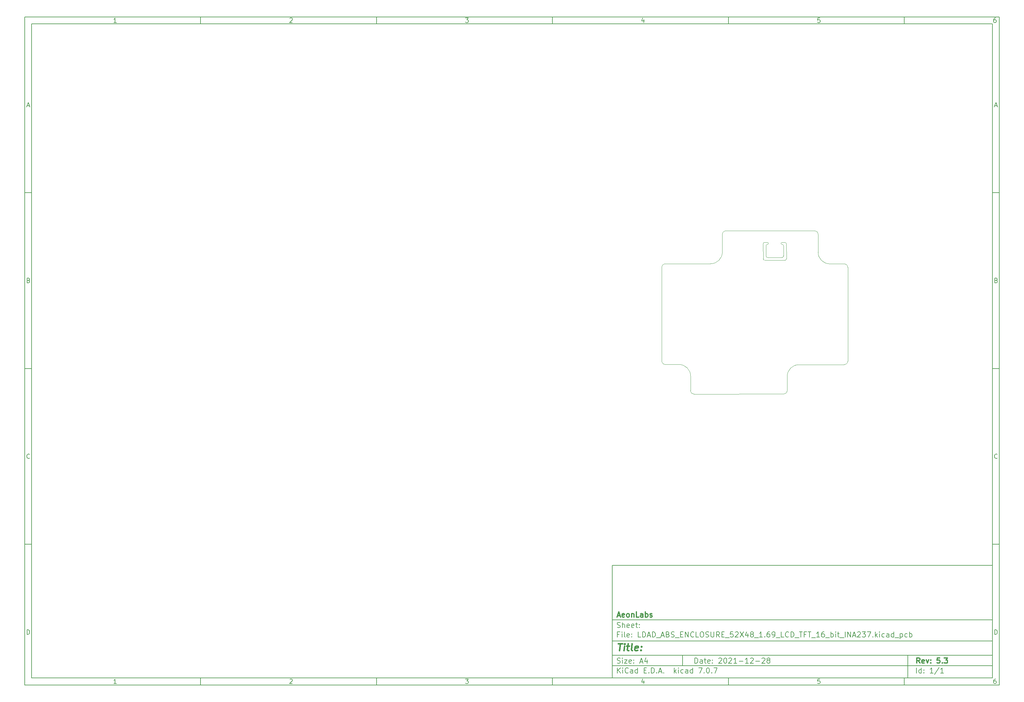
<source format=gbr>
G04 #@! TF.GenerationSoftware,KiCad,Pcbnew,7.0.7*
G04 #@! TF.CreationDate,2023-10-12T17:33:54+02:00*
G04 #@! TF.ProjectId,LDAD_ABS_ENCLOSURE_52X48_1.69_LCD_TFT_16_bit_INA237,4c444144-5f41-4425-935f-454e434c4f53,5.3*
G04 #@! TF.SameCoordinates,Original*
G04 #@! TF.FileFunction,Profile,NP*
%FSLAX46Y46*%
G04 Gerber Fmt 4.6, Leading zero omitted, Abs format (unit mm)*
G04 Created by KiCad (PCBNEW 7.0.7) date 2023-10-12 17:33:54*
%MOMM*%
%LPD*%
G01*
G04 APERTURE LIST*
%ADD10C,0.100000*%
%ADD11C,0.150000*%
%ADD12C,0.300000*%
%ADD13C,0.400000*%
G04 #@! TA.AperFunction,Profile*
%ADD14C,0.100000*%
G04 #@! TD*
G04 #@! TA.AperFunction,Profile*
%ADD15C,0.120000*%
G04 #@! TD*
G04 APERTURE END LIST*
D10*
D11*
X177002200Y-166007200D02*
X285002200Y-166007200D01*
X285002200Y-198007200D01*
X177002200Y-198007200D01*
X177002200Y-166007200D01*
D10*
D11*
X10000000Y-10000000D02*
X287002200Y-10000000D01*
X287002200Y-200007200D01*
X10000000Y-200007200D01*
X10000000Y-10000000D01*
D10*
D11*
X12000000Y-12000000D02*
X285002200Y-12000000D01*
X285002200Y-198007200D01*
X12000000Y-198007200D01*
X12000000Y-12000000D01*
D10*
D11*
X60000000Y-12000000D02*
X60000000Y-10000000D01*
D10*
D11*
X110000000Y-12000000D02*
X110000000Y-10000000D01*
D10*
D11*
X160000000Y-12000000D02*
X160000000Y-10000000D01*
D10*
D11*
X210000000Y-12000000D02*
X210000000Y-10000000D01*
D10*
D11*
X260000000Y-12000000D02*
X260000000Y-10000000D01*
D10*
D11*
X36089160Y-11593604D02*
X35346303Y-11593604D01*
X35717731Y-11593604D02*
X35717731Y-10293604D01*
X35717731Y-10293604D02*
X35593922Y-10479319D01*
X35593922Y-10479319D02*
X35470112Y-10603128D01*
X35470112Y-10603128D02*
X35346303Y-10665033D01*
D10*
D11*
X85346303Y-10417414D02*
X85408207Y-10355509D01*
X85408207Y-10355509D02*
X85532017Y-10293604D01*
X85532017Y-10293604D02*
X85841541Y-10293604D01*
X85841541Y-10293604D02*
X85965350Y-10355509D01*
X85965350Y-10355509D02*
X86027255Y-10417414D01*
X86027255Y-10417414D02*
X86089160Y-10541223D01*
X86089160Y-10541223D02*
X86089160Y-10665033D01*
X86089160Y-10665033D02*
X86027255Y-10850747D01*
X86027255Y-10850747D02*
X85284398Y-11593604D01*
X85284398Y-11593604D02*
X86089160Y-11593604D01*
D10*
D11*
X135284398Y-10293604D02*
X136089160Y-10293604D01*
X136089160Y-10293604D02*
X135655826Y-10788842D01*
X135655826Y-10788842D02*
X135841541Y-10788842D01*
X135841541Y-10788842D02*
X135965350Y-10850747D01*
X135965350Y-10850747D02*
X136027255Y-10912652D01*
X136027255Y-10912652D02*
X136089160Y-11036461D01*
X136089160Y-11036461D02*
X136089160Y-11345985D01*
X136089160Y-11345985D02*
X136027255Y-11469795D01*
X136027255Y-11469795D02*
X135965350Y-11531700D01*
X135965350Y-11531700D02*
X135841541Y-11593604D01*
X135841541Y-11593604D02*
X135470112Y-11593604D01*
X135470112Y-11593604D02*
X135346303Y-11531700D01*
X135346303Y-11531700D02*
X135284398Y-11469795D01*
D10*
D11*
X185965350Y-10726938D02*
X185965350Y-11593604D01*
X185655826Y-10231700D02*
X185346303Y-11160271D01*
X185346303Y-11160271D02*
X186151064Y-11160271D01*
D10*
D11*
X236027255Y-10293604D02*
X235408207Y-10293604D01*
X235408207Y-10293604D02*
X235346303Y-10912652D01*
X235346303Y-10912652D02*
X235408207Y-10850747D01*
X235408207Y-10850747D02*
X235532017Y-10788842D01*
X235532017Y-10788842D02*
X235841541Y-10788842D01*
X235841541Y-10788842D02*
X235965350Y-10850747D01*
X235965350Y-10850747D02*
X236027255Y-10912652D01*
X236027255Y-10912652D02*
X236089160Y-11036461D01*
X236089160Y-11036461D02*
X236089160Y-11345985D01*
X236089160Y-11345985D02*
X236027255Y-11469795D01*
X236027255Y-11469795D02*
X235965350Y-11531700D01*
X235965350Y-11531700D02*
X235841541Y-11593604D01*
X235841541Y-11593604D02*
X235532017Y-11593604D01*
X235532017Y-11593604D02*
X235408207Y-11531700D01*
X235408207Y-11531700D02*
X235346303Y-11469795D01*
D10*
D11*
X285965350Y-10293604D02*
X285717731Y-10293604D01*
X285717731Y-10293604D02*
X285593922Y-10355509D01*
X285593922Y-10355509D02*
X285532017Y-10417414D01*
X285532017Y-10417414D02*
X285408207Y-10603128D01*
X285408207Y-10603128D02*
X285346303Y-10850747D01*
X285346303Y-10850747D02*
X285346303Y-11345985D01*
X285346303Y-11345985D02*
X285408207Y-11469795D01*
X285408207Y-11469795D02*
X285470112Y-11531700D01*
X285470112Y-11531700D02*
X285593922Y-11593604D01*
X285593922Y-11593604D02*
X285841541Y-11593604D01*
X285841541Y-11593604D02*
X285965350Y-11531700D01*
X285965350Y-11531700D02*
X286027255Y-11469795D01*
X286027255Y-11469795D02*
X286089160Y-11345985D01*
X286089160Y-11345985D02*
X286089160Y-11036461D01*
X286089160Y-11036461D02*
X286027255Y-10912652D01*
X286027255Y-10912652D02*
X285965350Y-10850747D01*
X285965350Y-10850747D02*
X285841541Y-10788842D01*
X285841541Y-10788842D02*
X285593922Y-10788842D01*
X285593922Y-10788842D02*
X285470112Y-10850747D01*
X285470112Y-10850747D02*
X285408207Y-10912652D01*
X285408207Y-10912652D02*
X285346303Y-11036461D01*
D10*
D11*
X60000000Y-198007200D02*
X60000000Y-200007200D01*
D10*
D11*
X110000000Y-198007200D02*
X110000000Y-200007200D01*
D10*
D11*
X160000000Y-198007200D02*
X160000000Y-200007200D01*
D10*
D11*
X210000000Y-198007200D02*
X210000000Y-200007200D01*
D10*
D11*
X260000000Y-198007200D02*
X260000000Y-200007200D01*
D10*
D11*
X36089160Y-199600804D02*
X35346303Y-199600804D01*
X35717731Y-199600804D02*
X35717731Y-198300804D01*
X35717731Y-198300804D02*
X35593922Y-198486519D01*
X35593922Y-198486519D02*
X35470112Y-198610328D01*
X35470112Y-198610328D02*
X35346303Y-198672233D01*
D10*
D11*
X85346303Y-198424614D02*
X85408207Y-198362709D01*
X85408207Y-198362709D02*
X85532017Y-198300804D01*
X85532017Y-198300804D02*
X85841541Y-198300804D01*
X85841541Y-198300804D02*
X85965350Y-198362709D01*
X85965350Y-198362709D02*
X86027255Y-198424614D01*
X86027255Y-198424614D02*
X86089160Y-198548423D01*
X86089160Y-198548423D02*
X86089160Y-198672233D01*
X86089160Y-198672233D02*
X86027255Y-198857947D01*
X86027255Y-198857947D02*
X85284398Y-199600804D01*
X85284398Y-199600804D02*
X86089160Y-199600804D01*
D10*
D11*
X135284398Y-198300804D02*
X136089160Y-198300804D01*
X136089160Y-198300804D02*
X135655826Y-198796042D01*
X135655826Y-198796042D02*
X135841541Y-198796042D01*
X135841541Y-198796042D02*
X135965350Y-198857947D01*
X135965350Y-198857947D02*
X136027255Y-198919852D01*
X136027255Y-198919852D02*
X136089160Y-199043661D01*
X136089160Y-199043661D02*
X136089160Y-199353185D01*
X136089160Y-199353185D02*
X136027255Y-199476995D01*
X136027255Y-199476995D02*
X135965350Y-199538900D01*
X135965350Y-199538900D02*
X135841541Y-199600804D01*
X135841541Y-199600804D02*
X135470112Y-199600804D01*
X135470112Y-199600804D02*
X135346303Y-199538900D01*
X135346303Y-199538900D02*
X135284398Y-199476995D01*
D10*
D11*
X185965350Y-198734138D02*
X185965350Y-199600804D01*
X185655826Y-198238900D02*
X185346303Y-199167471D01*
X185346303Y-199167471D02*
X186151064Y-199167471D01*
D10*
D11*
X236027255Y-198300804D02*
X235408207Y-198300804D01*
X235408207Y-198300804D02*
X235346303Y-198919852D01*
X235346303Y-198919852D02*
X235408207Y-198857947D01*
X235408207Y-198857947D02*
X235532017Y-198796042D01*
X235532017Y-198796042D02*
X235841541Y-198796042D01*
X235841541Y-198796042D02*
X235965350Y-198857947D01*
X235965350Y-198857947D02*
X236027255Y-198919852D01*
X236027255Y-198919852D02*
X236089160Y-199043661D01*
X236089160Y-199043661D02*
X236089160Y-199353185D01*
X236089160Y-199353185D02*
X236027255Y-199476995D01*
X236027255Y-199476995D02*
X235965350Y-199538900D01*
X235965350Y-199538900D02*
X235841541Y-199600804D01*
X235841541Y-199600804D02*
X235532017Y-199600804D01*
X235532017Y-199600804D02*
X235408207Y-199538900D01*
X235408207Y-199538900D02*
X235346303Y-199476995D01*
D10*
D11*
X285965350Y-198300804D02*
X285717731Y-198300804D01*
X285717731Y-198300804D02*
X285593922Y-198362709D01*
X285593922Y-198362709D02*
X285532017Y-198424614D01*
X285532017Y-198424614D02*
X285408207Y-198610328D01*
X285408207Y-198610328D02*
X285346303Y-198857947D01*
X285346303Y-198857947D02*
X285346303Y-199353185D01*
X285346303Y-199353185D02*
X285408207Y-199476995D01*
X285408207Y-199476995D02*
X285470112Y-199538900D01*
X285470112Y-199538900D02*
X285593922Y-199600804D01*
X285593922Y-199600804D02*
X285841541Y-199600804D01*
X285841541Y-199600804D02*
X285965350Y-199538900D01*
X285965350Y-199538900D02*
X286027255Y-199476995D01*
X286027255Y-199476995D02*
X286089160Y-199353185D01*
X286089160Y-199353185D02*
X286089160Y-199043661D01*
X286089160Y-199043661D02*
X286027255Y-198919852D01*
X286027255Y-198919852D02*
X285965350Y-198857947D01*
X285965350Y-198857947D02*
X285841541Y-198796042D01*
X285841541Y-198796042D02*
X285593922Y-198796042D01*
X285593922Y-198796042D02*
X285470112Y-198857947D01*
X285470112Y-198857947D02*
X285408207Y-198919852D01*
X285408207Y-198919852D02*
X285346303Y-199043661D01*
D10*
D11*
X10000000Y-60000000D02*
X12000000Y-60000000D01*
D10*
D11*
X10000000Y-110000000D02*
X12000000Y-110000000D01*
D10*
D11*
X10000000Y-160000000D02*
X12000000Y-160000000D01*
D10*
D11*
X10690476Y-35222176D02*
X11309523Y-35222176D01*
X10566666Y-35593604D02*
X10999999Y-34293604D01*
X10999999Y-34293604D02*
X11433333Y-35593604D01*
D10*
D11*
X11092857Y-84912652D02*
X11278571Y-84974557D01*
X11278571Y-84974557D02*
X11340476Y-85036461D01*
X11340476Y-85036461D02*
X11402380Y-85160271D01*
X11402380Y-85160271D02*
X11402380Y-85345985D01*
X11402380Y-85345985D02*
X11340476Y-85469795D01*
X11340476Y-85469795D02*
X11278571Y-85531700D01*
X11278571Y-85531700D02*
X11154761Y-85593604D01*
X11154761Y-85593604D02*
X10659523Y-85593604D01*
X10659523Y-85593604D02*
X10659523Y-84293604D01*
X10659523Y-84293604D02*
X11092857Y-84293604D01*
X11092857Y-84293604D02*
X11216666Y-84355509D01*
X11216666Y-84355509D02*
X11278571Y-84417414D01*
X11278571Y-84417414D02*
X11340476Y-84541223D01*
X11340476Y-84541223D02*
X11340476Y-84665033D01*
X11340476Y-84665033D02*
X11278571Y-84788842D01*
X11278571Y-84788842D02*
X11216666Y-84850747D01*
X11216666Y-84850747D02*
X11092857Y-84912652D01*
X11092857Y-84912652D02*
X10659523Y-84912652D01*
D10*
D11*
X11402380Y-135469795D02*
X11340476Y-135531700D01*
X11340476Y-135531700D02*
X11154761Y-135593604D01*
X11154761Y-135593604D02*
X11030952Y-135593604D01*
X11030952Y-135593604D02*
X10845238Y-135531700D01*
X10845238Y-135531700D02*
X10721428Y-135407890D01*
X10721428Y-135407890D02*
X10659523Y-135284080D01*
X10659523Y-135284080D02*
X10597619Y-135036461D01*
X10597619Y-135036461D02*
X10597619Y-134850747D01*
X10597619Y-134850747D02*
X10659523Y-134603128D01*
X10659523Y-134603128D02*
X10721428Y-134479319D01*
X10721428Y-134479319D02*
X10845238Y-134355509D01*
X10845238Y-134355509D02*
X11030952Y-134293604D01*
X11030952Y-134293604D02*
X11154761Y-134293604D01*
X11154761Y-134293604D02*
X11340476Y-134355509D01*
X11340476Y-134355509D02*
X11402380Y-134417414D01*
D10*
D11*
X10659523Y-185593604D02*
X10659523Y-184293604D01*
X10659523Y-184293604D02*
X10969047Y-184293604D01*
X10969047Y-184293604D02*
X11154761Y-184355509D01*
X11154761Y-184355509D02*
X11278571Y-184479319D01*
X11278571Y-184479319D02*
X11340476Y-184603128D01*
X11340476Y-184603128D02*
X11402380Y-184850747D01*
X11402380Y-184850747D02*
X11402380Y-185036461D01*
X11402380Y-185036461D02*
X11340476Y-185284080D01*
X11340476Y-185284080D02*
X11278571Y-185407890D01*
X11278571Y-185407890D02*
X11154761Y-185531700D01*
X11154761Y-185531700D02*
X10969047Y-185593604D01*
X10969047Y-185593604D02*
X10659523Y-185593604D01*
D10*
D11*
X287002200Y-60000000D02*
X285002200Y-60000000D01*
D10*
D11*
X287002200Y-110000000D02*
X285002200Y-110000000D01*
D10*
D11*
X287002200Y-160000000D02*
X285002200Y-160000000D01*
D10*
D11*
X285692676Y-35222176D02*
X286311723Y-35222176D01*
X285568866Y-35593604D02*
X286002199Y-34293604D01*
X286002199Y-34293604D02*
X286435533Y-35593604D01*
D10*
D11*
X286095057Y-84912652D02*
X286280771Y-84974557D01*
X286280771Y-84974557D02*
X286342676Y-85036461D01*
X286342676Y-85036461D02*
X286404580Y-85160271D01*
X286404580Y-85160271D02*
X286404580Y-85345985D01*
X286404580Y-85345985D02*
X286342676Y-85469795D01*
X286342676Y-85469795D02*
X286280771Y-85531700D01*
X286280771Y-85531700D02*
X286156961Y-85593604D01*
X286156961Y-85593604D02*
X285661723Y-85593604D01*
X285661723Y-85593604D02*
X285661723Y-84293604D01*
X285661723Y-84293604D02*
X286095057Y-84293604D01*
X286095057Y-84293604D02*
X286218866Y-84355509D01*
X286218866Y-84355509D02*
X286280771Y-84417414D01*
X286280771Y-84417414D02*
X286342676Y-84541223D01*
X286342676Y-84541223D02*
X286342676Y-84665033D01*
X286342676Y-84665033D02*
X286280771Y-84788842D01*
X286280771Y-84788842D02*
X286218866Y-84850747D01*
X286218866Y-84850747D02*
X286095057Y-84912652D01*
X286095057Y-84912652D02*
X285661723Y-84912652D01*
D10*
D11*
X286404580Y-135469795D02*
X286342676Y-135531700D01*
X286342676Y-135531700D02*
X286156961Y-135593604D01*
X286156961Y-135593604D02*
X286033152Y-135593604D01*
X286033152Y-135593604D02*
X285847438Y-135531700D01*
X285847438Y-135531700D02*
X285723628Y-135407890D01*
X285723628Y-135407890D02*
X285661723Y-135284080D01*
X285661723Y-135284080D02*
X285599819Y-135036461D01*
X285599819Y-135036461D02*
X285599819Y-134850747D01*
X285599819Y-134850747D02*
X285661723Y-134603128D01*
X285661723Y-134603128D02*
X285723628Y-134479319D01*
X285723628Y-134479319D02*
X285847438Y-134355509D01*
X285847438Y-134355509D02*
X286033152Y-134293604D01*
X286033152Y-134293604D02*
X286156961Y-134293604D01*
X286156961Y-134293604D02*
X286342676Y-134355509D01*
X286342676Y-134355509D02*
X286404580Y-134417414D01*
D10*
D11*
X285661723Y-185593604D02*
X285661723Y-184293604D01*
X285661723Y-184293604D02*
X285971247Y-184293604D01*
X285971247Y-184293604D02*
X286156961Y-184355509D01*
X286156961Y-184355509D02*
X286280771Y-184479319D01*
X286280771Y-184479319D02*
X286342676Y-184603128D01*
X286342676Y-184603128D02*
X286404580Y-184850747D01*
X286404580Y-184850747D02*
X286404580Y-185036461D01*
X286404580Y-185036461D02*
X286342676Y-185284080D01*
X286342676Y-185284080D02*
X286280771Y-185407890D01*
X286280771Y-185407890D02*
X286156961Y-185531700D01*
X286156961Y-185531700D02*
X285971247Y-185593604D01*
X285971247Y-185593604D02*
X285661723Y-185593604D01*
D10*
D11*
X200458026Y-193793328D02*
X200458026Y-192293328D01*
X200458026Y-192293328D02*
X200815169Y-192293328D01*
X200815169Y-192293328D02*
X201029455Y-192364757D01*
X201029455Y-192364757D02*
X201172312Y-192507614D01*
X201172312Y-192507614D02*
X201243741Y-192650471D01*
X201243741Y-192650471D02*
X201315169Y-192936185D01*
X201315169Y-192936185D02*
X201315169Y-193150471D01*
X201315169Y-193150471D02*
X201243741Y-193436185D01*
X201243741Y-193436185D02*
X201172312Y-193579042D01*
X201172312Y-193579042D02*
X201029455Y-193721900D01*
X201029455Y-193721900D02*
X200815169Y-193793328D01*
X200815169Y-193793328D02*
X200458026Y-193793328D01*
X202600884Y-193793328D02*
X202600884Y-193007614D01*
X202600884Y-193007614D02*
X202529455Y-192864757D01*
X202529455Y-192864757D02*
X202386598Y-192793328D01*
X202386598Y-192793328D02*
X202100884Y-192793328D01*
X202100884Y-192793328D02*
X201958026Y-192864757D01*
X202600884Y-193721900D02*
X202458026Y-193793328D01*
X202458026Y-193793328D02*
X202100884Y-193793328D01*
X202100884Y-193793328D02*
X201958026Y-193721900D01*
X201958026Y-193721900D02*
X201886598Y-193579042D01*
X201886598Y-193579042D02*
X201886598Y-193436185D01*
X201886598Y-193436185D02*
X201958026Y-193293328D01*
X201958026Y-193293328D02*
X202100884Y-193221900D01*
X202100884Y-193221900D02*
X202458026Y-193221900D01*
X202458026Y-193221900D02*
X202600884Y-193150471D01*
X203100884Y-192793328D02*
X203672312Y-192793328D01*
X203315169Y-192293328D02*
X203315169Y-193579042D01*
X203315169Y-193579042D02*
X203386598Y-193721900D01*
X203386598Y-193721900D02*
X203529455Y-193793328D01*
X203529455Y-193793328D02*
X203672312Y-193793328D01*
X204743741Y-193721900D02*
X204600884Y-193793328D01*
X204600884Y-193793328D02*
X204315170Y-193793328D01*
X204315170Y-193793328D02*
X204172312Y-193721900D01*
X204172312Y-193721900D02*
X204100884Y-193579042D01*
X204100884Y-193579042D02*
X204100884Y-193007614D01*
X204100884Y-193007614D02*
X204172312Y-192864757D01*
X204172312Y-192864757D02*
X204315170Y-192793328D01*
X204315170Y-192793328D02*
X204600884Y-192793328D01*
X204600884Y-192793328D02*
X204743741Y-192864757D01*
X204743741Y-192864757D02*
X204815170Y-193007614D01*
X204815170Y-193007614D02*
X204815170Y-193150471D01*
X204815170Y-193150471D02*
X204100884Y-193293328D01*
X205458026Y-193650471D02*
X205529455Y-193721900D01*
X205529455Y-193721900D02*
X205458026Y-193793328D01*
X205458026Y-193793328D02*
X205386598Y-193721900D01*
X205386598Y-193721900D02*
X205458026Y-193650471D01*
X205458026Y-193650471D02*
X205458026Y-193793328D01*
X205458026Y-192864757D02*
X205529455Y-192936185D01*
X205529455Y-192936185D02*
X205458026Y-193007614D01*
X205458026Y-193007614D02*
X205386598Y-192936185D01*
X205386598Y-192936185D02*
X205458026Y-192864757D01*
X205458026Y-192864757D02*
X205458026Y-193007614D01*
X207243741Y-192436185D02*
X207315169Y-192364757D01*
X207315169Y-192364757D02*
X207458027Y-192293328D01*
X207458027Y-192293328D02*
X207815169Y-192293328D01*
X207815169Y-192293328D02*
X207958027Y-192364757D01*
X207958027Y-192364757D02*
X208029455Y-192436185D01*
X208029455Y-192436185D02*
X208100884Y-192579042D01*
X208100884Y-192579042D02*
X208100884Y-192721900D01*
X208100884Y-192721900D02*
X208029455Y-192936185D01*
X208029455Y-192936185D02*
X207172312Y-193793328D01*
X207172312Y-193793328D02*
X208100884Y-193793328D01*
X209029455Y-192293328D02*
X209172312Y-192293328D01*
X209172312Y-192293328D02*
X209315169Y-192364757D01*
X209315169Y-192364757D02*
X209386598Y-192436185D01*
X209386598Y-192436185D02*
X209458026Y-192579042D01*
X209458026Y-192579042D02*
X209529455Y-192864757D01*
X209529455Y-192864757D02*
X209529455Y-193221900D01*
X209529455Y-193221900D02*
X209458026Y-193507614D01*
X209458026Y-193507614D02*
X209386598Y-193650471D01*
X209386598Y-193650471D02*
X209315169Y-193721900D01*
X209315169Y-193721900D02*
X209172312Y-193793328D01*
X209172312Y-193793328D02*
X209029455Y-193793328D01*
X209029455Y-193793328D02*
X208886598Y-193721900D01*
X208886598Y-193721900D02*
X208815169Y-193650471D01*
X208815169Y-193650471D02*
X208743740Y-193507614D01*
X208743740Y-193507614D02*
X208672312Y-193221900D01*
X208672312Y-193221900D02*
X208672312Y-192864757D01*
X208672312Y-192864757D02*
X208743740Y-192579042D01*
X208743740Y-192579042D02*
X208815169Y-192436185D01*
X208815169Y-192436185D02*
X208886598Y-192364757D01*
X208886598Y-192364757D02*
X209029455Y-192293328D01*
X210100883Y-192436185D02*
X210172311Y-192364757D01*
X210172311Y-192364757D02*
X210315169Y-192293328D01*
X210315169Y-192293328D02*
X210672311Y-192293328D01*
X210672311Y-192293328D02*
X210815169Y-192364757D01*
X210815169Y-192364757D02*
X210886597Y-192436185D01*
X210886597Y-192436185D02*
X210958026Y-192579042D01*
X210958026Y-192579042D02*
X210958026Y-192721900D01*
X210958026Y-192721900D02*
X210886597Y-192936185D01*
X210886597Y-192936185D02*
X210029454Y-193793328D01*
X210029454Y-193793328D02*
X210958026Y-193793328D01*
X212386597Y-193793328D02*
X211529454Y-193793328D01*
X211958025Y-193793328D02*
X211958025Y-192293328D01*
X211958025Y-192293328D02*
X211815168Y-192507614D01*
X211815168Y-192507614D02*
X211672311Y-192650471D01*
X211672311Y-192650471D02*
X211529454Y-192721900D01*
X213029453Y-193221900D02*
X214172311Y-193221900D01*
X215672311Y-193793328D02*
X214815168Y-193793328D01*
X215243739Y-193793328D02*
X215243739Y-192293328D01*
X215243739Y-192293328D02*
X215100882Y-192507614D01*
X215100882Y-192507614D02*
X214958025Y-192650471D01*
X214958025Y-192650471D02*
X214815168Y-192721900D01*
X216243739Y-192436185D02*
X216315167Y-192364757D01*
X216315167Y-192364757D02*
X216458025Y-192293328D01*
X216458025Y-192293328D02*
X216815167Y-192293328D01*
X216815167Y-192293328D02*
X216958025Y-192364757D01*
X216958025Y-192364757D02*
X217029453Y-192436185D01*
X217029453Y-192436185D02*
X217100882Y-192579042D01*
X217100882Y-192579042D02*
X217100882Y-192721900D01*
X217100882Y-192721900D02*
X217029453Y-192936185D01*
X217029453Y-192936185D02*
X216172310Y-193793328D01*
X216172310Y-193793328D02*
X217100882Y-193793328D01*
X217743738Y-193221900D02*
X218886596Y-193221900D01*
X219529453Y-192436185D02*
X219600881Y-192364757D01*
X219600881Y-192364757D02*
X219743739Y-192293328D01*
X219743739Y-192293328D02*
X220100881Y-192293328D01*
X220100881Y-192293328D02*
X220243739Y-192364757D01*
X220243739Y-192364757D02*
X220315167Y-192436185D01*
X220315167Y-192436185D02*
X220386596Y-192579042D01*
X220386596Y-192579042D02*
X220386596Y-192721900D01*
X220386596Y-192721900D02*
X220315167Y-192936185D01*
X220315167Y-192936185D02*
X219458024Y-193793328D01*
X219458024Y-193793328D02*
X220386596Y-193793328D01*
X221243738Y-192936185D02*
X221100881Y-192864757D01*
X221100881Y-192864757D02*
X221029452Y-192793328D01*
X221029452Y-192793328D02*
X220958024Y-192650471D01*
X220958024Y-192650471D02*
X220958024Y-192579042D01*
X220958024Y-192579042D02*
X221029452Y-192436185D01*
X221029452Y-192436185D02*
X221100881Y-192364757D01*
X221100881Y-192364757D02*
X221243738Y-192293328D01*
X221243738Y-192293328D02*
X221529452Y-192293328D01*
X221529452Y-192293328D02*
X221672310Y-192364757D01*
X221672310Y-192364757D02*
X221743738Y-192436185D01*
X221743738Y-192436185D02*
X221815167Y-192579042D01*
X221815167Y-192579042D02*
X221815167Y-192650471D01*
X221815167Y-192650471D02*
X221743738Y-192793328D01*
X221743738Y-192793328D02*
X221672310Y-192864757D01*
X221672310Y-192864757D02*
X221529452Y-192936185D01*
X221529452Y-192936185D02*
X221243738Y-192936185D01*
X221243738Y-192936185D02*
X221100881Y-193007614D01*
X221100881Y-193007614D02*
X221029452Y-193079042D01*
X221029452Y-193079042D02*
X220958024Y-193221900D01*
X220958024Y-193221900D02*
X220958024Y-193507614D01*
X220958024Y-193507614D02*
X221029452Y-193650471D01*
X221029452Y-193650471D02*
X221100881Y-193721900D01*
X221100881Y-193721900D02*
X221243738Y-193793328D01*
X221243738Y-193793328D02*
X221529452Y-193793328D01*
X221529452Y-193793328D02*
X221672310Y-193721900D01*
X221672310Y-193721900D02*
X221743738Y-193650471D01*
X221743738Y-193650471D02*
X221815167Y-193507614D01*
X221815167Y-193507614D02*
X221815167Y-193221900D01*
X221815167Y-193221900D02*
X221743738Y-193079042D01*
X221743738Y-193079042D02*
X221672310Y-193007614D01*
X221672310Y-193007614D02*
X221529452Y-192936185D01*
D10*
D11*
X177002200Y-194507200D02*
X285002200Y-194507200D01*
D10*
D11*
X178458026Y-196593328D02*
X178458026Y-195093328D01*
X179315169Y-196593328D02*
X178672312Y-195736185D01*
X179315169Y-195093328D02*
X178458026Y-195950471D01*
X179958026Y-196593328D02*
X179958026Y-195593328D01*
X179958026Y-195093328D02*
X179886598Y-195164757D01*
X179886598Y-195164757D02*
X179958026Y-195236185D01*
X179958026Y-195236185D02*
X180029455Y-195164757D01*
X180029455Y-195164757D02*
X179958026Y-195093328D01*
X179958026Y-195093328D02*
X179958026Y-195236185D01*
X181529455Y-196450471D02*
X181458027Y-196521900D01*
X181458027Y-196521900D02*
X181243741Y-196593328D01*
X181243741Y-196593328D02*
X181100884Y-196593328D01*
X181100884Y-196593328D02*
X180886598Y-196521900D01*
X180886598Y-196521900D02*
X180743741Y-196379042D01*
X180743741Y-196379042D02*
X180672312Y-196236185D01*
X180672312Y-196236185D02*
X180600884Y-195950471D01*
X180600884Y-195950471D02*
X180600884Y-195736185D01*
X180600884Y-195736185D02*
X180672312Y-195450471D01*
X180672312Y-195450471D02*
X180743741Y-195307614D01*
X180743741Y-195307614D02*
X180886598Y-195164757D01*
X180886598Y-195164757D02*
X181100884Y-195093328D01*
X181100884Y-195093328D02*
X181243741Y-195093328D01*
X181243741Y-195093328D02*
X181458027Y-195164757D01*
X181458027Y-195164757D02*
X181529455Y-195236185D01*
X182815170Y-196593328D02*
X182815170Y-195807614D01*
X182815170Y-195807614D02*
X182743741Y-195664757D01*
X182743741Y-195664757D02*
X182600884Y-195593328D01*
X182600884Y-195593328D02*
X182315170Y-195593328D01*
X182315170Y-195593328D02*
X182172312Y-195664757D01*
X182815170Y-196521900D02*
X182672312Y-196593328D01*
X182672312Y-196593328D02*
X182315170Y-196593328D01*
X182315170Y-196593328D02*
X182172312Y-196521900D01*
X182172312Y-196521900D02*
X182100884Y-196379042D01*
X182100884Y-196379042D02*
X182100884Y-196236185D01*
X182100884Y-196236185D02*
X182172312Y-196093328D01*
X182172312Y-196093328D02*
X182315170Y-196021900D01*
X182315170Y-196021900D02*
X182672312Y-196021900D01*
X182672312Y-196021900D02*
X182815170Y-195950471D01*
X184172313Y-196593328D02*
X184172313Y-195093328D01*
X184172313Y-196521900D02*
X184029455Y-196593328D01*
X184029455Y-196593328D02*
X183743741Y-196593328D01*
X183743741Y-196593328D02*
X183600884Y-196521900D01*
X183600884Y-196521900D02*
X183529455Y-196450471D01*
X183529455Y-196450471D02*
X183458027Y-196307614D01*
X183458027Y-196307614D02*
X183458027Y-195879042D01*
X183458027Y-195879042D02*
X183529455Y-195736185D01*
X183529455Y-195736185D02*
X183600884Y-195664757D01*
X183600884Y-195664757D02*
X183743741Y-195593328D01*
X183743741Y-195593328D02*
X184029455Y-195593328D01*
X184029455Y-195593328D02*
X184172313Y-195664757D01*
X186029455Y-195807614D02*
X186529455Y-195807614D01*
X186743741Y-196593328D02*
X186029455Y-196593328D01*
X186029455Y-196593328D02*
X186029455Y-195093328D01*
X186029455Y-195093328D02*
X186743741Y-195093328D01*
X187386598Y-196450471D02*
X187458027Y-196521900D01*
X187458027Y-196521900D02*
X187386598Y-196593328D01*
X187386598Y-196593328D02*
X187315170Y-196521900D01*
X187315170Y-196521900D02*
X187386598Y-196450471D01*
X187386598Y-196450471D02*
X187386598Y-196593328D01*
X188100884Y-196593328D02*
X188100884Y-195093328D01*
X188100884Y-195093328D02*
X188458027Y-195093328D01*
X188458027Y-195093328D02*
X188672313Y-195164757D01*
X188672313Y-195164757D02*
X188815170Y-195307614D01*
X188815170Y-195307614D02*
X188886599Y-195450471D01*
X188886599Y-195450471D02*
X188958027Y-195736185D01*
X188958027Y-195736185D02*
X188958027Y-195950471D01*
X188958027Y-195950471D02*
X188886599Y-196236185D01*
X188886599Y-196236185D02*
X188815170Y-196379042D01*
X188815170Y-196379042D02*
X188672313Y-196521900D01*
X188672313Y-196521900D02*
X188458027Y-196593328D01*
X188458027Y-196593328D02*
X188100884Y-196593328D01*
X189600884Y-196450471D02*
X189672313Y-196521900D01*
X189672313Y-196521900D02*
X189600884Y-196593328D01*
X189600884Y-196593328D02*
X189529456Y-196521900D01*
X189529456Y-196521900D02*
X189600884Y-196450471D01*
X189600884Y-196450471D02*
X189600884Y-196593328D01*
X190243742Y-196164757D02*
X190958028Y-196164757D01*
X190100885Y-196593328D02*
X190600885Y-195093328D01*
X190600885Y-195093328D02*
X191100885Y-196593328D01*
X191600884Y-196450471D02*
X191672313Y-196521900D01*
X191672313Y-196521900D02*
X191600884Y-196593328D01*
X191600884Y-196593328D02*
X191529456Y-196521900D01*
X191529456Y-196521900D02*
X191600884Y-196450471D01*
X191600884Y-196450471D02*
X191600884Y-196593328D01*
X194600884Y-196593328D02*
X194600884Y-195093328D01*
X194743742Y-196021900D02*
X195172313Y-196593328D01*
X195172313Y-195593328D02*
X194600884Y-196164757D01*
X195815170Y-196593328D02*
X195815170Y-195593328D01*
X195815170Y-195093328D02*
X195743742Y-195164757D01*
X195743742Y-195164757D02*
X195815170Y-195236185D01*
X195815170Y-195236185D02*
X195886599Y-195164757D01*
X195886599Y-195164757D02*
X195815170Y-195093328D01*
X195815170Y-195093328D02*
X195815170Y-195236185D01*
X197172314Y-196521900D02*
X197029456Y-196593328D01*
X197029456Y-196593328D02*
X196743742Y-196593328D01*
X196743742Y-196593328D02*
X196600885Y-196521900D01*
X196600885Y-196521900D02*
X196529456Y-196450471D01*
X196529456Y-196450471D02*
X196458028Y-196307614D01*
X196458028Y-196307614D02*
X196458028Y-195879042D01*
X196458028Y-195879042D02*
X196529456Y-195736185D01*
X196529456Y-195736185D02*
X196600885Y-195664757D01*
X196600885Y-195664757D02*
X196743742Y-195593328D01*
X196743742Y-195593328D02*
X197029456Y-195593328D01*
X197029456Y-195593328D02*
X197172314Y-195664757D01*
X198458028Y-196593328D02*
X198458028Y-195807614D01*
X198458028Y-195807614D02*
X198386599Y-195664757D01*
X198386599Y-195664757D02*
X198243742Y-195593328D01*
X198243742Y-195593328D02*
X197958028Y-195593328D01*
X197958028Y-195593328D02*
X197815170Y-195664757D01*
X198458028Y-196521900D02*
X198315170Y-196593328D01*
X198315170Y-196593328D02*
X197958028Y-196593328D01*
X197958028Y-196593328D02*
X197815170Y-196521900D01*
X197815170Y-196521900D02*
X197743742Y-196379042D01*
X197743742Y-196379042D02*
X197743742Y-196236185D01*
X197743742Y-196236185D02*
X197815170Y-196093328D01*
X197815170Y-196093328D02*
X197958028Y-196021900D01*
X197958028Y-196021900D02*
X198315170Y-196021900D01*
X198315170Y-196021900D02*
X198458028Y-195950471D01*
X199815171Y-196593328D02*
X199815171Y-195093328D01*
X199815171Y-196521900D02*
X199672313Y-196593328D01*
X199672313Y-196593328D02*
X199386599Y-196593328D01*
X199386599Y-196593328D02*
X199243742Y-196521900D01*
X199243742Y-196521900D02*
X199172313Y-196450471D01*
X199172313Y-196450471D02*
X199100885Y-196307614D01*
X199100885Y-196307614D02*
X199100885Y-195879042D01*
X199100885Y-195879042D02*
X199172313Y-195736185D01*
X199172313Y-195736185D02*
X199243742Y-195664757D01*
X199243742Y-195664757D02*
X199386599Y-195593328D01*
X199386599Y-195593328D02*
X199672313Y-195593328D01*
X199672313Y-195593328D02*
X199815171Y-195664757D01*
X201529456Y-195093328D02*
X202529456Y-195093328D01*
X202529456Y-195093328D02*
X201886599Y-196593328D01*
X203100884Y-196450471D02*
X203172313Y-196521900D01*
X203172313Y-196521900D02*
X203100884Y-196593328D01*
X203100884Y-196593328D02*
X203029456Y-196521900D01*
X203029456Y-196521900D02*
X203100884Y-196450471D01*
X203100884Y-196450471D02*
X203100884Y-196593328D01*
X204100885Y-195093328D02*
X204243742Y-195093328D01*
X204243742Y-195093328D02*
X204386599Y-195164757D01*
X204386599Y-195164757D02*
X204458028Y-195236185D01*
X204458028Y-195236185D02*
X204529456Y-195379042D01*
X204529456Y-195379042D02*
X204600885Y-195664757D01*
X204600885Y-195664757D02*
X204600885Y-196021900D01*
X204600885Y-196021900D02*
X204529456Y-196307614D01*
X204529456Y-196307614D02*
X204458028Y-196450471D01*
X204458028Y-196450471D02*
X204386599Y-196521900D01*
X204386599Y-196521900D02*
X204243742Y-196593328D01*
X204243742Y-196593328D02*
X204100885Y-196593328D01*
X204100885Y-196593328D02*
X203958028Y-196521900D01*
X203958028Y-196521900D02*
X203886599Y-196450471D01*
X203886599Y-196450471D02*
X203815170Y-196307614D01*
X203815170Y-196307614D02*
X203743742Y-196021900D01*
X203743742Y-196021900D02*
X203743742Y-195664757D01*
X203743742Y-195664757D02*
X203815170Y-195379042D01*
X203815170Y-195379042D02*
X203886599Y-195236185D01*
X203886599Y-195236185D02*
X203958028Y-195164757D01*
X203958028Y-195164757D02*
X204100885Y-195093328D01*
X205243741Y-196450471D02*
X205315170Y-196521900D01*
X205315170Y-196521900D02*
X205243741Y-196593328D01*
X205243741Y-196593328D02*
X205172313Y-196521900D01*
X205172313Y-196521900D02*
X205243741Y-196450471D01*
X205243741Y-196450471D02*
X205243741Y-196593328D01*
X205815170Y-195093328D02*
X206815170Y-195093328D01*
X206815170Y-195093328D02*
X206172313Y-196593328D01*
D10*
D11*
X177002200Y-191507200D02*
X285002200Y-191507200D01*
D10*
D12*
X264413853Y-193785528D02*
X263913853Y-193071242D01*
X263556710Y-193785528D02*
X263556710Y-192285528D01*
X263556710Y-192285528D02*
X264128139Y-192285528D01*
X264128139Y-192285528D02*
X264270996Y-192356957D01*
X264270996Y-192356957D02*
X264342425Y-192428385D01*
X264342425Y-192428385D02*
X264413853Y-192571242D01*
X264413853Y-192571242D02*
X264413853Y-192785528D01*
X264413853Y-192785528D02*
X264342425Y-192928385D01*
X264342425Y-192928385D02*
X264270996Y-192999814D01*
X264270996Y-192999814D02*
X264128139Y-193071242D01*
X264128139Y-193071242D02*
X263556710Y-193071242D01*
X265628139Y-193714100D02*
X265485282Y-193785528D01*
X265485282Y-193785528D02*
X265199568Y-193785528D01*
X265199568Y-193785528D02*
X265056710Y-193714100D01*
X265056710Y-193714100D02*
X264985282Y-193571242D01*
X264985282Y-193571242D02*
X264985282Y-192999814D01*
X264985282Y-192999814D02*
X265056710Y-192856957D01*
X265056710Y-192856957D02*
X265199568Y-192785528D01*
X265199568Y-192785528D02*
X265485282Y-192785528D01*
X265485282Y-192785528D02*
X265628139Y-192856957D01*
X265628139Y-192856957D02*
X265699568Y-192999814D01*
X265699568Y-192999814D02*
X265699568Y-193142671D01*
X265699568Y-193142671D02*
X264985282Y-193285528D01*
X266199567Y-192785528D02*
X266556710Y-193785528D01*
X266556710Y-193785528D02*
X266913853Y-192785528D01*
X267485281Y-193642671D02*
X267556710Y-193714100D01*
X267556710Y-193714100D02*
X267485281Y-193785528D01*
X267485281Y-193785528D02*
X267413853Y-193714100D01*
X267413853Y-193714100D02*
X267485281Y-193642671D01*
X267485281Y-193642671D02*
X267485281Y-193785528D01*
X267485281Y-192856957D02*
X267556710Y-192928385D01*
X267556710Y-192928385D02*
X267485281Y-192999814D01*
X267485281Y-192999814D02*
X267413853Y-192928385D01*
X267413853Y-192928385D02*
X267485281Y-192856957D01*
X267485281Y-192856957D02*
X267485281Y-192999814D01*
X270056710Y-192285528D02*
X269342424Y-192285528D01*
X269342424Y-192285528D02*
X269270996Y-192999814D01*
X269270996Y-192999814D02*
X269342424Y-192928385D01*
X269342424Y-192928385D02*
X269485282Y-192856957D01*
X269485282Y-192856957D02*
X269842424Y-192856957D01*
X269842424Y-192856957D02*
X269985282Y-192928385D01*
X269985282Y-192928385D02*
X270056710Y-192999814D01*
X270056710Y-192999814D02*
X270128139Y-193142671D01*
X270128139Y-193142671D02*
X270128139Y-193499814D01*
X270128139Y-193499814D02*
X270056710Y-193642671D01*
X270056710Y-193642671D02*
X269985282Y-193714100D01*
X269985282Y-193714100D02*
X269842424Y-193785528D01*
X269842424Y-193785528D02*
X269485282Y-193785528D01*
X269485282Y-193785528D02*
X269342424Y-193714100D01*
X269342424Y-193714100D02*
X269270996Y-193642671D01*
X270770995Y-193642671D02*
X270842424Y-193714100D01*
X270842424Y-193714100D02*
X270770995Y-193785528D01*
X270770995Y-193785528D02*
X270699567Y-193714100D01*
X270699567Y-193714100D02*
X270770995Y-193642671D01*
X270770995Y-193642671D02*
X270770995Y-193785528D01*
X271342424Y-192285528D02*
X272270996Y-192285528D01*
X272270996Y-192285528D02*
X271770996Y-192856957D01*
X271770996Y-192856957D02*
X271985281Y-192856957D01*
X271985281Y-192856957D02*
X272128139Y-192928385D01*
X272128139Y-192928385D02*
X272199567Y-192999814D01*
X272199567Y-192999814D02*
X272270996Y-193142671D01*
X272270996Y-193142671D02*
X272270996Y-193499814D01*
X272270996Y-193499814D02*
X272199567Y-193642671D01*
X272199567Y-193642671D02*
X272128139Y-193714100D01*
X272128139Y-193714100D02*
X271985281Y-193785528D01*
X271985281Y-193785528D02*
X271556710Y-193785528D01*
X271556710Y-193785528D02*
X271413853Y-193714100D01*
X271413853Y-193714100D02*
X271342424Y-193642671D01*
D10*
D11*
X178386598Y-193721900D02*
X178600884Y-193793328D01*
X178600884Y-193793328D02*
X178958026Y-193793328D01*
X178958026Y-193793328D02*
X179100884Y-193721900D01*
X179100884Y-193721900D02*
X179172312Y-193650471D01*
X179172312Y-193650471D02*
X179243741Y-193507614D01*
X179243741Y-193507614D02*
X179243741Y-193364757D01*
X179243741Y-193364757D02*
X179172312Y-193221900D01*
X179172312Y-193221900D02*
X179100884Y-193150471D01*
X179100884Y-193150471D02*
X178958026Y-193079042D01*
X178958026Y-193079042D02*
X178672312Y-193007614D01*
X178672312Y-193007614D02*
X178529455Y-192936185D01*
X178529455Y-192936185D02*
X178458026Y-192864757D01*
X178458026Y-192864757D02*
X178386598Y-192721900D01*
X178386598Y-192721900D02*
X178386598Y-192579042D01*
X178386598Y-192579042D02*
X178458026Y-192436185D01*
X178458026Y-192436185D02*
X178529455Y-192364757D01*
X178529455Y-192364757D02*
X178672312Y-192293328D01*
X178672312Y-192293328D02*
X179029455Y-192293328D01*
X179029455Y-192293328D02*
X179243741Y-192364757D01*
X179886597Y-193793328D02*
X179886597Y-192793328D01*
X179886597Y-192293328D02*
X179815169Y-192364757D01*
X179815169Y-192364757D02*
X179886597Y-192436185D01*
X179886597Y-192436185D02*
X179958026Y-192364757D01*
X179958026Y-192364757D02*
X179886597Y-192293328D01*
X179886597Y-192293328D02*
X179886597Y-192436185D01*
X180458026Y-192793328D02*
X181243741Y-192793328D01*
X181243741Y-192793328D02*
X180458026Y-193793328D01*
X180458026Y-193793328D02*
X181243741Y-193793328D01*
X182386598Y-193721900D02*
X182243741Y-193793328D01*
X182243741Y-193793328D02*
X181958027Y-193793328D01*
X181958027Y-193793328D02*
X181815169Y-193721900D01*
X181815169Y-193721900D02*
X181743741Y-193579042D01*
X181743741Y-193579042D02*
X181743741Y-193007614D01*
X181743741Y-193007614D02*
X181815169Y-192864757D01*
X181815169Y-192864757D02*
X181958027Y-192793328D01*
X181958027Y-192793328D02*
X182243741Y-192793328D01*
X182243741Y-192793328D02*
X182386598Y-192864757D01*
X182386598Y-192864757D02*
X182458027Y-193007614D01*
X182458027Y-193007614D02*
X182458027Y-193150471D01*
X182458027Y-193150471D02*
X181743741Y-193293328D01*
X183100883Y-193650471D02*
X183172312Y-193721900D01*
X183172312Y-193721900D02*
X183100883Y-193793328D01*
X183100883Y-193793328D02*
X183029455Y-193721900D01*
X183029455Y-193721900D02*
X183100883Y-193650471D01*
X183100883Y-193650471D02*
X183100883Y-193793328D01*
X183100883Y-192864757D02*
X183172312Y-192936185D01*
X183172312Y-192936185D02*
X183100883Y-193007614D01*
X183100883Y-193007614D02*
X183029455Y-192936185D01*
X183029455Y-192936185D02*
X183100883Y-192864757D01*
X183100883Y-192864757D02*
X183100883Y-193007614D01*
X184886598Y-193364757D02*
X185600884Y-193364757D01*
X184743741Y-193793328D02*
X185243741Y-192293328D01*
X185243741Y-192293328D02*
X185743741Y-193793328D01*
X186886598Y-192793328D02*
X186886598Y-193793328D01*
X186529455Y-192221900D02*
X186172312Y-193293328D01*
X186172312Y-193293328D02*
X187100883Y-193293328D01*
D10*
D11*
X263458026Y-196593328D02*
X263458026Y-195093328D01*
X264815170Y-196593328D02*
X264815170Y-195093328D01*
X264815170Y-196521900D02*
X264672312Y-196593328D01*
X264672312Y-196593328D02*
X264386598Y-196593328D01*
X264386598Y-196593328D02*
X264243741Y-196521900D01*
X264243741Y-196521900D02*
X264172312Y-196450471D01*
X264172312Y-196450471D02*
X264100884Y-196307614D01*
X264100884Y-196307614D02*
X264100884Y-195879042D01*
X264100884Y-195879042D02*
X264172312Y-195736185D01*
X264172312Y-195736185D02*
X264243741Y-195664757D01*
X264243741Y-195664757D02*
X264386598Y-195593328D01*
X264386598Y-195593328D02*
X264672312Y-195593328D01*
X264672312Y-195593328D02*
X264815170Y-195664757D01*
X265529455Y-196450471D02*
X265600884Y-196521900D01*
X265600884Y-196521900D02*
X265529455Y-196593328D01*
X265529455Y-196593328D02*
X265458027Y-196521900D01*
X265458027Y-196521900D02*
X265529455Y-196450471D01*
X265529455Y-196450471D02*
X265529455Y-196593328D01*
X265529455Y-195664757D02*
X265600884Y-195736185D01*
X265600884Y-195736185D02*
X265529455Y-195807614D01*
X265529455Y-195807614D02*
X265458027Y-195736185D01*
X265458027Y-195736185D02*
X265529455Y-195664757D01*
X265529455Y-195664757D02*
X265529455Y-195807614D01*
X268172313Y-196593328D02*
X267315170Y-196593328D01*
X267743741Y-196593328D02*
X267743741Y-195093328D01*
X267743741Y-195093328D02*
X267600884Y-195307614D01*
X267600884Y-195307614D02*
X267458027Y-195450471D01*
X267458027Y-195450471D02*
X267315170Y-195521900D01*
X269886598Y-195021900D02*
X268600884Y-196950471D01*
X271172313Y-196593328D02*
X270315170Y-196593328D01*
X270743741Y-196593328D02*
X270743741Y-195093328D01*
X270743741Y-195093328D02*
X270600884Y-195307614D01*
X270600884Y-195307614D02*
X270458027Y-195450471D01*
X270458027Y-195450471D02*
X270315170Y-195521900D01*
D10*
D11*
X177002200Y-187507200D02*
X285002200Y-187507200D01*
D10*
D13*
X178693928Y-188211638D02*
X179836785Y-188211638D01*
X179015357Y-190211638D02*
X179265357Y-188211638D01*
X180253452Y-190211638D02*
X180420119Y-188878304D01*
X180503452Y-188211638D02*
X180396309Y-188306876D01*
X180396309Y-188306876D02*
X180479643Y-188402114D01*
X180479643Y-188402114D02*
X180586786Y-188306876D01*
X180586786Y-188306876D02*
X180503452Y-188211638D01*
X180503452Y-188211638D02*
X180479643Y-188402114D01*
X181086786Y-188878304D02*
X181848690Y-188878304D01*
X181455833Y-188211638D02*
X181241548Y-189925923D01*
X181241548Y-189925923D02*
X181312976Y-190116400D01*
X181312976Y-190116400D02*
X181491548Y-190211638D01*
X181491548Y-190211638D02*
X181682024Y-190211638D01*
X182634405Y-190211638D02*
X182455833Y-190116400D01*
X182455833Y-190116400D02*
X182384405Y-189925923D01*
X182384405Y-189925923D02*
X182598690Y-188211638D01*
X184170119Y-190116400D02*
X183967738Y-190211638D01*
X183967738Y-190211638D02*
X183586785Y-190211638D01*
X183586785Y-190211638D02*
X183408214Y-190116400D01*
X183408214Y-190116400D02*
X183336785Y-189925923D01*
X183336785Y-189925923D02*
X183432024Y-189164019D01*
X183432024Y-189164019D02*
X183551071Y-188973542D01*
X183551071Y-188973542D02*
X183753452Y-188878304D01*
X183753452Y-188878304D02*
X184134404Y-188878304D01*
X184134404Y-188878304D02*
X184312976Y-188973542D01*
X184312976Y-188973542D02*
X184384404Y-189164019D01*
X184384404Y-189164019D02*
X184360595Y-189354495D01*
X184360595Y-189354495D02*
X183384404Y-189544971D01*
X185134405Y-190021161D02*
X185217738Y-190116400D01*
X185217738Y-190116400D02*
X185110595Y-190211638D01*
X185110595Y-190211638D02*
X185027262Y-190116400D01*
X185027262Y-190116400D02*
X185134405Y-190021161D01*
X185134405Y-190021161D02*
X185110595Y-190211638D01*
X185265357Y-188973542D02*
X185348690Y-189068780D01*
X185348690Y-189068780D02*
X185241548Y-189164019D01*
X185241548Y-189164019D02*
X185158214Y-189068780D01*
X185158214Y-189068780D02*
X185265357Y-188973542D01*
X185265357Y-188973542D02*
X185241548Y-189164019D01*
D10*
D11*
X178958026Y-185607614D02*
X178458026Y-185607614D01*
X178458026Y-186393328D02*
X178458026Y-184893328D01*
X178458026Y-184893328D02*
X179172312Y-184893328D01*
X179743740Y-186393328D02*
X179743740Y-185393328D01*
X179743740Y-184893328D02*
X179672312Y-184964757D01*
X179672312Y-184964757D02*
X179743740Y-185036185D01*
X179743740Y-185036185D02*
X179815169Y-184964757D01*
X179815169Y-184964757D02*
X179743740Y-184893328D01*
X179743740Y-184893328D02*
X179743740Y-185036185D01*
X180672312Y-186393328D02*
X180529455Y-186321900D01*
X180529455Y-186321900D02*
X180458026Y-186179042D01*
X180458026Y-186179042D02*
X180458026Y-184893328D01*
X181815169Y-186321900D02*
X181672312Y-186393328D01*
X181672312Y-186393328D02*
X181386598Y-186393328D01*
X181386598Y-186393328D02*
X181243740Y-186321900D01*
X181243740Y-186321900D02*
X181172312Y-186179042D01*
X181172312Y-186179042D02*
X181172312Y-185607614D01*
X181172312Y-185607614D02*
X181243740Y-185464757D01*
X181243740Y-185464757D02*
X181386598Y-185393328D01*
X181386598Y-185393328D02*
X181672312Y-185393328D01*
X181672312Y-185393328D02*
X181815169Y-185464757D01*
X181815169Y-185464757D02*
X181886598Y-185607614D01*
X181886598Y-185607614D02*
X181886598Y-185750471D01*
X181886598Y-185750471D02*
X181172312Y-185893328D01*
X182529454Y-186250471D02*
X182600883Y-186321900D01*
X182600883Y-186321900D02*
X182529454Y-186393328D01*
X182529454Y-186393328D02*
X182458026Y-186321900D01*
X182458026Y-186321900D02*
X182529454Y-186250471D01*
X182529454Y-186250471D02*
X182529454Y-186393328D01*
X182529454Y-185464757D02*
X182600883Y-185536185D01*
X182600883Y-185536185D02*
X182529454Y-185607614D01*
X182529454Y-185607614D02*
X182458026Y-185536185D01*
X182458026Y-185536185D02*
X182529454Y-185464757D01*
X182529454Y-185464757D02*
X182529454Y-185607614D01*
X185100883Y-186393328D02*
X184386597Y-186393328D01*
X184386597Y-186393328D02*
X184386597Y-184893328D01*
X185600883Y-186393328D02*
X185600883Y-184893328D01*
X185600883Y-184893328D02*
X185958026Y-184893328D01*
X185958026Y-184893328D02*
X186172312Y-184964757D01*
X186172312Y-184964757D02*
X186315169Y-185107614D01*
X186315169Y-185107614D02*
X186386598Y-185250471D01*
X186386598Y-185250471D02*
X186458026Y-185536185D01*
X186458026Y-185536185D02*
X186458026Y-185750471D01*
X186458026Y-185750471D02*
X186386598Y-186036185D01*
X186386598Y-186036185D02*
X186315169Y-186179042D01*
X186315169Y-186179042D02*
X186172312Y-186321900D01*
X186172312Y-186321900D02*
X185958026Y-186393328D01*
X185958026Y-186393328D02*
X185600883Y-186393328D01*
X187029455Y-185964757D02*
X187743741Y-185964757D01*
X186886598Y-186393328D02*
X187386598Y-184893328D01*
X187386598Y-184893328D02*
X187886598Y-186393328D01*
X188386597Y-186393328D02*
X188386597Y-184893328D01*
X188386597Y-184893328D02*
X188743740Y-184893328D01*
X188743740Y-184893328D02*
X188958026Y-184964757D01*
X188958026Y-184964757D02*
X189100883Y-185107614D01*
X189100883Y-185107614D02*
X189172312Y-185250471D01*
X189172312Y-185250471D02*
X189243740Y-185536185D01*
X189243740Y-185536185D02*
X189243740Y-185750471D01*
X189243740Y-185750471D02*
X189172312Y-186036185D01*
X189172312Y-186036185D02*
X189100883Y-186179042D01*
X189100883Y-186179042D02*
X188958026Y-186321900D01*
X188958026Y-186321900D02*
X188743740Y-186393328D01*
X188743740Y-186393328D02*
X188386597Y-186393328D01*
X189529455Y-186536185D02*
X190672312Y-186536185D01*
X190958026Y-185964757D02*
X191672312Y-185964757D01*
X190815169Y-186393328D02*
X191315169Y-184893328D01*
X191315169Y-184893328D02*
X191815169Y-186393328D01*
X192815168Y-185607614D02*
X193029454Y-185679042D01*
X193029454Y-185679042D02*
X193100883Y-185750471D01*
X193100883Y-185750471D02*
X193172311Y-185893328D01*
X193172311Y-185893328D02*
X193172311Y-186107614D01*
X193172311Y-186107614D02*
X193100883Y-186250471D01*
X193100883Y-186250471D02*
X193029454Y-186321900D01*
X193029454Y-186321900D02*
X192886597Y-186393328D01*
X192886597Y-186393328D02*
X192315168Y-186393328D01*
X192315168Y-186393328D02*
X192315168Y-184893328D01*
X192315168Y-184893328D02*
X192815168Y-184893328D01*
X192815168Y-184893328D02*
X192958026Y-184964757D01*
X192958026Y-184964757D02*
X193029454Y-185036185D01*
X193029454Y-185036185D02*
X193100883Y-185179042D01*
X193100883Y-185179042D02*
X193100883Y-185321900D01*
X193100883Y-185321900D02*
X193029454Y-185464757D01*
X193029454Y-185464757D02*
X192958026Y-185536185D01*
X192958026Y-185536185D02*
X192815168Y-185607614D01*
X192815168Y-185607614D02*
X192315168Y-185607614D01*
X193743740Y-186321900D02*
X193958026Y-186393328D01*
X193958026Y-186393328D02*
X194315168Y-186393328D01*
X194315168Y-186393328D02*
X194458026Y-186321900D01*
X194458026Y-186321900D02*
X194529454Y-186250471D01*
X194529454Y-186250471D02*
X194600883Y-186107614D01*
X194600883Y-186107614D02*
X194600883Y-185964757D01*
X194600883Y-185964757D02*
X194529454Y-185821900D01*
X194529454Y-185821900D02*
X194458026Y-185750471D01*
X194458026Y-185750471D02*
X194315168Y-185679042D01*
X194315168Y-185679042D02*
X194029454Y-185607614D01*
X194029454Y-185607614D02*
X193886597Y-185536185D01*
X193886597Y-185536185D02*
X193815168Y-185464757D01*
X193815168Y-185464757D02*
X193743740Y-185321900D01*
X193743740Y-185321900D02*
X193743740Y-185179042D01*
X193743740Y-185179042D02*
X193815168Y-185036185D01*
X193815168Y-185036185D02*
X193886597Y-184964757D01*
X193886597Y-184964757D02*
X194029454Y-184893328D01*
X194029454Y-184893328D02*
X194386597Y-184893328D01*
X194386597Y-184893328D02*
X194600883Y-184964757D01*
X194886597Y-186536185D02*
X196029454Y-186536185D01*
X196386596Y-185607614D02*
X196886596Y-185607614D01*
X197100882Y-186393328D02*
X196386596Y-186393328D01*
X196386596Y-186393328D02*
X196386596Y-184893328D01*
X196386596Y-184893328D02*
X197100882Y-184893328D01*
X197743739Y-186393328D02*
X197743739Y-184893328D01*
X197743739Y-184893328D02*
X198600882Y-186393328D01*
X198600882Y-186393328D02*
X198600882Y-184893328D01*
X200172311Y-186250471D02*
X200100883Y-186321900D01*
X200100883Y-186321900D02*
X199886597Y-186393328D01*
X199886597Y-186393328D02*
X199743740Y-186393328D01*
X199743740Y-186393328D02*
X199529454Y-186321900D01*
X199529454Y-186321900D02*
X199386597Y-186179042D01*
X199386597Y-186179042D02*
X199315168Y-186036185D01*
X199315168Y-186036185D02*
X199243740Y-185750471D01*
X199243740Y-185750471D02*
X199243740Y-185536185D01*
X199243740Y-185536185D02*
X199315168Y-185250471D01*
X199315168Y-185250471D02*
X199386597Y-185107614D01*
X199386597Y-185107614D02*
X199529454Y-184964757D01*
X199529454Y-184964757D02*
X199743740Y-184893328D01*
X199743740Y-184893328D02*
X199886597Y-184893328D01*
X199886597Y-184893328D02*
X200100883Y-184964757D01*
X200100883Y-184964757D02*
X200172311Y-185036185D01*
X201529454Y-186393328D02*
X200815168Y-186393328D01*
X200815168Y-186393328D02*
X200815168Y-184893328D01*
X202315169Y-184893328D02*
X202600883Y-184893328D01*
X202600883Y-184893328D02*
X202743740Y-184964757D01*
X202743740Y-184964757D02*
X202886597Y-185107614D01*
X202886597Y-185107614D02*
X202958026Y-185393328D01*
X202958026Y-185393328D02*
X202958026Y-185893328D01*
X202958026Y-185893328D02*
X202886597Y-186179042D01*
X202886597Y-186179042D02*
X202743740Y-186321900D01*
X202743740Y-186321900D02*
X202600883Y-186393328D01*
X202600883Y-186393328D02*
X202315169Y-186393328D01*
X202315169Y-186393328D02*
X202172312Y-186321900D01*
X202172312Y-186321900D02*
X202029454Y-186179042D01*
X202029454Y-186179042D02*
X201958026Y-185893328D01*
X201958026Y-185893328D02*
X201958026Y-185393328D01*
X201958026Y-185393328D02*
X202029454Y-185107614D01*
X202029454Y-185107614D02*
X202172312Y-184964757D01*
X202172312Y-184964757D02*
X202315169Y-184893328D01*
X203529455Y-186321900D02*
X203743741Y-186393328D01*
X203743741Y-186393328D02*
X204100883Y-186393328D01*
X204100883Y-186393328D02*
X204243741Y-186321900D01*
X204243741Y-186321900D02*
X204315169Y-186250471D01*
X204315169Y-186250471D02*
X204386598Y-186107614D01*
X204386598Y-186107614D02*
X204386598Y-185964757D01*
X204386598Y-185964757D02*
X204315169Y-185821900D01*
X204315169Y-185821900D02*
X204243741Y-185750471D01*
X204243741Y-185750471D02*
X204100883Y-185679042D01*
X204100883Y-185679042D02*
X203815169Y-185607614D01*
X203815169Y-185607614D02*
X203672312Y-185536185D01*
X203672312Y-185536185D02*
X203600883Y-185464757D01*
X203600883Y-185464757D02*
X203529455Y-185321900D01*
X203529455Y-185321900D02*
X203529455Y-185179042D01*
X203529455Y-185179042D02*
X203600883Y-185036185D01*
X203600883Y-185036185D02*
X203672312Y-184964757D01*
X203672312Y-184964757D02*
X203815169Y-184893328D01*
X203815169Y-184893328D02*
X204172312Y-184893328D01*
X204172312Y-184893328D02*
X204386598Y-184964757D01*
X205029454Y-184893328D02*
X205029454Y-186107614D01*
X205029454Y-186107614D02*
X205100883Y-186250471D01*
X205100883Y-186250471D02*
X205172312Y-186321900D01*
X205172312Y-186321900D02*
X205315169Y-186393328D01*
X205315169Y-186393328D02*
X205600883Y-186393328D01*
X205600883Y-186393328D02*
X205743740Y-186321900D01*
X205743740Y-186321900D02*
X205815169Y-186250471D01*
X205815169Y-186250471D02*
X205886597Y-186107614D01*
X205886597Y-186107614D02*
X205886597Y-184893328D01*
X207458026Y-186393328D02*
X206958026Y-185679042D01*
X206600883Y-186393328D02*
X206600883Y-184893328D01*
X206600883Y-184893328D02*
X207172312Y-184893328D01*
X207172312Y-184893328D02*
X207315169Y-184964757D01*
X207315169Y-184964757D02*
X207386598Y-185036185D01*
X207386598Y-185036185D02*
X207458026Y-185179042D01*
X207458026Y-185179042D02*
X207458026Y-185393328D01*
X207458026Y-185393328D02*
X207386598Y-185536185D01*
X207386598Y-185536185D02*
X207315169Y-185607614D01*
X207315169Y-185607614D02*
X207172312Y-185679042D01*
X207172312Y-185679042D02*
X206600883Y-185679042D01*
X208100883Y-185607614D02*
X208600883Y-185607614D01*
X208815169Y-186393328D02*
X208100883Y-186393328D01*
X208100883Y-186393328D02*
X208100883Y-184893328D01*
X208100883Y-184893328D02*
X208815169Y-184893328D01*
X209100884Y-186536185D02*
X210243741Y-186536185D01*
X211315169Y-184893328D02*
X210600883Y-184893328D01*
X210600883Y-184893328D02*
X210529455Y-185607614D01*
X210529455Y-185607614D02*
X210600883Y-185536185D01*
X210600883Y-185536185D02*
X210743741Y-185464757D01*
X210743741Y-185464757D02*
X211100883Y-185464757D01*
X211100883Y-185464757D02*
X211243741Y-185536185D01*
X211243741Y-185536185D02*
X211315169Y-185607614D01*
X211315169Y-185607614D02*
X211386598Y-185750471D01*
X211386598Y-185750471D02*
X211386598Y-186107614D01*
X211386598Y-186107614D02*
X211315169Y-186250471D01*
X211315169Y-186250471D02*
X211243741Y-186321900D01*
X211243741Y-186321900D02*
X211100883Y-186393328D01*
X211100883Y-186393328D02*
X210743741Y-186393328D01*
X210743741Y-186393328D02*
X210600883Y-186321900D01*
X210600883Y-186321900D02*
X210529455Y-186250471D01*
X211958026Y-185036185D02*
X212029454Y-184964757D01*
X212029454Y-184964757D02*
X212172312Y-184893328D01*
X212172312Y-184893328D02*
X212529454Y-184893328D01*
X212529454Y-184893328D02*
X212672312Y-184964757D01*
X212672312Y-184964757D02*
X212743740Y-185036185D01*
X212743740Y-185036185D02*
X212815169Y-185179042D01*
X212815169Y-185179042D02*
X212815169Y-185321900D01*
X212815169Y-185321900D02*
X212743740Y-185536185D01*
X212743740Y-185536185D02*
X211886597Y-186393328D01*
X211886597Y-186393328D02*
X212815169Y-186393328D01*
X213315168Y-184893328D02*
X214315168Y-186393328D01*
X214315168Y-184893328D02*
X213315168Y-186393328D01*
X215529454Y-185393328D02*
X215529454Y-186393328D01*
X215172311Y-184821900D02*
X214815168Y-185893328D01*
X214815168Y-185893328D02*
X215743739Y-185893328D01*
X216529453Y-185536185D02*
X216386596Y-185464757D01*
X216386596Y-185464757D02*
X216315167Y-185393328D01*
X216315167Y-185393328D02*
X216243739Y-185250471D01*
X216243739Y-185250471D02*
X216243739Y-185179042D01*
X216243739Y-185179042D02*
X216315167Y-185036185D01*
X216315167Y-185036185D02*
X216386596Y-184964757D01*
X216386596Y-184964757D02*
X216529453Y-184893328D01*
X216529453Y-184893328D02*
X216815167Y-184893328D01*
X216815167Y-184893328D02*
X216958025Y-184964757D01*
X216958025Y-184964757D02*
X217029453Y-185036185D01*
X217029453Y-185036185D02*
X217100882Y-185179042D01*
X217100882Y-185179042D02*
X217100882Y-185250471D01*
X217100882Y-185250471D02*
X217029453Y-185393328D01*
X217029453Y-185393328D02*
X216958025Y-185464757D01*
X216958025Y-185464757D02*
X216815167Y-185536185D01*
X216815167Y-185536185D02*
X216529453Y-185536185D01*
X216529453Y-185536185D02*
X216386596Y-185607614D01*
X216386596Y-185607614D02*
X216315167Y-185679042D01*
X216315167Y-185679042D02*
X216243739Y-185821900D01*
X216243739Y-185821900D02*
X216243739Y-186107614D01*
X216243739Y-186107614D02*
X216315167Y-186250471D01*
X216315167Y-186250471D02*
X216386596Y-186321900D01*
X216386596Y-186321900D02*
X216529453Y-186393328D01*
X216529453Y-186393328D02*
X216815167Y-186393328D01*
X216815167Y-186393328D02*
X216958025Y-186321900D01*
X216958025Y-186321900D02*
X217029453Y-186250471D01*
X217029453Y-186250471D02*
X217100882Y-186107614D01*
X217100882Y-186107614D02*
X217100882Y-185821900D01*
X217100882Y-185821900D02*
X217029453Y-185679042D01*
X217029453Y-185679042D02*
X216958025Y-185607614D01*
X216958025Y-185607614D02*
X216815167Y-185536185D01*
X217386596Y-186536185D02*
X218529453Y-186536185D01*
X219672310Y-186393328D02*
X218815167Y-186393328D01*
X219243738Y-186393328D02*
X219243738Y-184893328D01*
X219243738Y-184893328D02*
X219100881Y-185107614D01*
X219100881Y-185107614D02*
X218958024Y-185250471D01*
X218958024Y-185250471D02*
X218815167Y-185321900D01*
X220315166Y-186250471D02*
X220386595Y-186321900D01*
X220386595Y-186321900D02*
X220315166Y-186393328D01*
X220315166Y-186393328D02*
X220243738Y-186321900D01*
X220243738Y-186321900D02*
X220315166Y-186250471D01*
X220315166Y-186250471D02*
X220315166Y-186393328D01*
X221672310Y-184893328D02*
X221386595Y-184893328D01*
X221386595Y-184893328D02*
X221243738Y-184964757D01*
X221243738Y-184964757D02*
X221172310Y-185036185D01*
X221172310Y-185036185D02*
X221029452Y-185250471D01*
X221029452Y-185250471D02*
X220958024Y-185536185D01*
X220958024Y-185536185D02*
X220958024Y-186107614D01*
X220958024Y-186107614D02*
X221029452Y-186250471D01*
X221029452Y-186250471D02*
X221100881Y-186321900D01*
X221100881Y-186321900D02*
X221243738Y-186393328D01*
X221243738Y-186393328D02*
X221529452Y-186393328D01*
X221529452Y-186393328D02*
X221672310Y-186321900D01*
X221672310Y-186321900D02*
X221743738Y-186250471D01*
X221743738Y-186250471D02*
X221815167Y-186107614D01*
X221815167Y-186107614D02*
X221815167Y-185750471D01*
X221815167Y-185750471D02*
X221743738Y-185607614D01*
X221743738Y-185607614D02*
X221672310Y-185536185D01*
X221672310Y-185536185D02*
X221529452Y-185464757D01*
X221529452Y-185464757D02*
X221243738Y-185464757D01*
X221243738Y-185464757D02*
X221100881Y-185536185D01*
X221100881Y-185536185D02*
X221029452Y-185607614D01*
X221029452Y-185607614D02*
X220958024Y-185750471D01*
X222529452Y-186393328D02*
X222815166Y-186393328D01*
X222815166Y-186393328D02*
X222958023Y-186321900D01*
X222958023Y-186321900D02*
X223029452Y-186250471D01*
X223029452Y-186250471D02*
X223172309Y-186036185D01*
X223172309Y-186036185D02*
X223243738Y-185750471D01*
X223243738Y-185750471D02*
X223243738Y-185179042D01*
X223243738Y-185179042D02*
X223172309Y-185036185D01*
X223172309Y-185036185D02*
X223100881Y-184964757D01*
X223100881Y-184964757D02*
X222958023Y-184893328D01*
X222958023Y-184893328D02*
X222672309Y-184893328D01*
X222672309Y-184893328D02*
X222529452Y-184964757D01*
X222529452Y-184964757D02*
X222458023Y-185036185D01*
X222458023Y-185036185D02*
X222386595Y-185179042D01*
X222386595Y-185179042D02*
X222386595Y-185536185D01*
X222386595Y-185536185D02*
X222458023Y-185679042D01*
X222458023Y-185679042D02*
X222529452Y-185750471D01*
X222529452Y-185750471D02*
X222672309Y-185821900D01*
X222672309Y-185821900D02*
X222958023Y-185821900D01*
X222958023Y-185821900D02*
X223100881Y-185750471D01*
X223100881Y-185750471D02*
X223172309Y-185679042D01*
X223172309Y-185679042D02*
X223243738Y-185536185D01*
X223529452Y-186536185D02*
X224672309Y-186536185D01*
X225743737Y-186393328D02*
X225029451Y-186393328D01*
X225029451Y-186393328D02*
X225029451Y-184893328D01*
X227100880Y-186250471D02*
X227029452Y-186321900D01*
X227029452Y-186321900D02*
X226815166Y-186393328D01*
X226815166Y-186393328D02*
X226672309Y-186393328D01*
X226672309Y-186393328D02*
X226458023Y-186321900D01*
X226458023Y-186321900D02*
X226315166Y-186179042D01*
X226315166Y-186179042D02*
X226243737Y-186036185D01*
X226243737Y-186036185D02*
X226172309Y-185750471D01*
X226172309Y-185750471D02*
X226172309Y-185536185D01*
X226172309Y-185536185D02*
X226243737Y-185250471D01*
X226243737Y-185250471D02*
X226315166Y-185107614D01*
X226315166Y-185107614D02*
X226458023Y-184964757D01*
X226458023Y-184964757D02*
X226672309Y-184893328D01*
X226672309Y-184893328D02*
X226815166Y-184893328D01*
X226815166Y-184893328D02*
X227029452Y-184964757D01*
X227029452Y-184964757D02*
X227100880Y-185036185D01*
X227743737Y-186393328D02*
X227743737Y-184893328D01*
X227743737Y-184893328D02*
X228100880Y-184893328D01*
X228100880Y-184893328D02*
X228315166Y-184964757D01*
X228315166Y-184964757D02*
X228458023Y-185107614D01*
X228458023Y-185107614D02*
X228529452Y-185250471D01*
X228529452Y-185250471D02*
X228600880Y-185536185D01*
X228600880Y-185536185D02*
X228600880Y-185750471D01*
X228600880Y-185750471D02*
X228529452Y-186036185D01*
X228529452Y-186036185D02*
X228458023Y-186179042D01*
X228458023Y-186179042D02*
X228315166Y-186321900D01*
X228315166Y-186321900D02*
X228100880Y-186393328D01*
X228100880Y-186393328D02*
X227743737Y-186393328D01*
X228886595Y-186536185D02*
X230029452Y-186536185D01*
X230172309Y-184893328D02*
X231029452Y-184893328D01*
X230600880Y-186393328D02*
X230600880Y-184893328D01*
X232029451Y-185607614D02*
X231529451Y-185607614D01*
X231529451Y-186393328D02*
X231529451Y-184893328D01*
X231529451Y-184893328D02*
X232243737Y-184893328D01*
X232600880Y-184893328D02*
X233458023Y-184893328D01*
X233029451Y-186393328D02*
X233029451Y-184893328D01*
X233600880Y-186536185D02*
X234743737Y-186536185D01*
X235886594Y-186393328D02*
X235029451Y-186393328D01*
X235458022Y-186393328D02*
X235458022Y-184893328D01*
X235458022Y-184893328D02*
X235315165Y-185107614D01*
X235315165Y-185107614D02*
X235172308Y-185250471D01*
X235172308Y-185250471D02*
X235029451Y-185321900D01*
X237172308Y-184893328D02*
X236886593Y-184893328D01*
X236886593Y-184893328D02*
X236743736Y-184964757D01*
X236743736Y-184964757D02*
X236672308Y-185036185D01*
X236672308Y-185036185D02*
X236529450Y-185250471D01*
X236529450Y-185250471D02*
X236458022Y-185536185D01*
X236458022Y-185536185D02*
X236458022Y-186107614D01*
X236458022Y-186107614D02*
X236529450Y-186250471D01*
X236529450Y-186250471D02*
X236600879Y-186321900D01*
X236600879Y-186321900D02*
X236743736Y-186393328D01*
X236743736Y-186393328D02*
X237029450Y-186393328D01*
X237029450Y-186393328D02*
X237172308Y-186321900D01*
X237172308Y-186321900D02*
X237243736Y-186250471D01*
X237243736Y-186250471D02*
X237315165Y-186107614D01*
X237315165Y-186107614D02*
X237315165Y-185750471D01*
X237315165Y-185750471D02*
X237243736Y-185607614D01*
X237243736Y-185607614D02*
X237172308Y-185536185D01*
X237172308Y-185536185D02*
X237029450Y-185464757D01*
X237029450Y-185464757D02*
X236743736Y-185464757D01*
X236743736Y-185464757D02*
X236600879Y-185536185D01*
X236600879Y-185536185D02*
X236529450Y-185607614D01*
X236529450Y-185607614D02*
X236458022Y-185750471D01*
X237600879Y-186536185D02*
X238743736Y-186536185D01*
X239100878Y-186393328D02*
X239100878Y-184893328D01*
X239100878Y-185464757D02*
X239243736Y-185393328D01*
X239243736Y-185393328D02*
X239529450Y-185393328D01*
X239529450Y-185393328D02*
X239672307Y-185464757D01*
X239672307Y-185464757D02*
X239743736Y-185536185D01*
X239743736Y-185536185D02*
X239815164Y-185679042D01*
X239815164Y-185679042D02*
X239815164Y-186107614D01*
X239815164Y-186107614D02*
X239743736Y-186250471D01*
X239743736Y-186250471D02*
X239672307Y-186321900D01*
X239672307Y-186321900D02*
X239529450Y-186393328D01*
X239529450Y-186393328D02*
X239243736Y-186393328D01*
X239243736Y-186393328D02*
X239100878Y-186321900D01*
X240458021Y-186393328D02*
X240458021Y-185393328D01*
X240458021Y-184893328D02*
X240386593Y-184964757D01*
X240386593Y-184964757D02*
X240458021Y-185036185D01*
X240458021Y-185036185D02*
X240529450Y-184964757D01*
X240529450Y-184964757D02*
X240458021Y-184893328D01*
X240458021Y-184893328D02*
X240458021Y-185036185D01*
X240958022Y-185393328D02*
X241529450Y-185393328D01*
X241172307Y-184893328D02*
X241172307Y-186179042D01*
X241172307Y-186179042D02*
X241243736Y-186321900D01*
X241243736Y-186321900D02*
X241386593Y-186393328D01*
X241386593Y-186393328D02*
X241529450Y-186393328D01*
X241672308Y-186536185D02*
X242815165Y-186536185D01*
X243172307Y-186393328D02*
X243172307Y-184893328D01*
X243886593Y-186393328D02*
X243886593Y-184893328D01*
X243886593Y-184893328D02*
X244743736Y-186393328D01*
X244743736Y-186393328D02*
X244743736Y-184893328D01*
X245386594Y-185964757D02*
X246100880Y-185964757D01*
X245243737Y-186393328D02*
X245743737Y-184893328D01*
X245743737Y-184893328D02*
X246243737Y-186393328D01*
X246672308Y-185036185D02*
X246743736Y-184964757D01*
X246743736Y-184964757D02*
X246886594Y-184893328D01*
X246886594Y-184893328D02*
X247243736Y-184893328D01*
X247243736Y-184893328D02*
X247386594Y-184964757D01*
X247386594Y-184964757D02*
X247458022Y-185036185D01*
X247458022Y-185036185D02*
X247529451Y-185179042D01*
X247529451Y-185179042D02*
X247529451Y-185321900D01*
X247529451Y-185321900D02*
X247458022Y-185536185D01*
X247458022Y-185536185D02*
X246600879Y-186393328D01*
X246600879Y-186393328D02*
X247529451Y-186393328D01*
X248029450Y-184893328D02*
X248958022Y-184893328D01*
X248958022Y-184893328D02*
X248458022Y-185464757D01*
X248458022Y-185464757D02*
X248672307Y-185464757D01*
X248672307Y-185464757D02*
X248815165Y-185536185D01*
X248815165Y-185536185D02*
X248886593Y-185607614D01*
X248886593Y-185607614D02*
X248958022Y-185750471D01*
X248958022Y-185750471D02*
X248958022Y-186107614D01*
X248958022Y-186107614D02*
X248886593Y-186250471D01*
X248886593Y-186250471D02*
X248815165Y-186321900D01*
X248815165Y-186321900D02*
X248672307Y-186393328D01*
X248672307Y-186393328D02*
X248243736Y-186393328D01*
X248243736Y-186393328D02*
X248100879Y-186321900D01*
X248100879Y-186321900D02*
X248029450Y-186250471D01*
X249458021Y-184893328D02*
X250458021Y-184893328D01*
X250458021Y-184893328D02*
X249815164Y-186393328D01*
X251029449Y-186250471D02*
X251100878Y-186321900D01*
X251100878Y-186321900D02*
X251029449Y-186393328D01*
X251029449Y-186393328D02*
X250958021Y-186321900D01*
X250958021Y-186321900D02*
X251029449Y-186250471D01*
X251029449Y-186250471D02*
X251029449Y-186393328D01*
X251743735Y-186393328D02*
X251743735Y-184893328D01*
X251886593Y-185821900D02*
X252315164Y-186393328D01*
X252315164Y-185393328D02*
X251743735Y-185964757D01*
X252958021Y-186393328D02*
X252958021Y-185393328D01*
X252958021Y-184893328D02*
X252886593Y-184964757D01*
X252886593Y-184964757D02*
X252958021Y-185036185D01*
X252958021Y-185036185D02*
X253029450Y-184964757D01*
X253029450Y-184964757D02*
X252958021Y-184893328D01*
X252958021Y-184893328D02*
X252958021Y-185036185D01*
X254315165Y-186321900D02*
X254172307Y-186393328D01*
X254172307Y-186393328D02*
X253886593Y-186393328D01*
X253886593Y-186393328D02*
X253743736Y-186321900D01*
X253743736Y-186321900D02*
X253672307Y-186250471D01*
X253672307Y-186250471D02*
X253600879Y-186107614D01*
X253600879Y-186107614D02*
X253600879Y-185679042D01*
X253600879Y-185679042D02*
X253672307Y-185536185D01*
X253672307Y-185536185D02*
X253743736Y-185464757D01*
X253743736Y-185464757D02*
X253886593Y-185393328D01*
X253886593Y-185393328D02*
X254172307Y-185393328D01*
X254172307Y-185393328D02*
X254315165Y-185464757D01*
X255600879Y-186393328D02*
X255600879Y-185607614D01*
X255600879Y-185607614D02*
X255529450Y-185464757D01*
X255529450Y-185464757D02*
X255386593Y-185393328D01*
X255386593Y-185393328D02*
X255100879Y-185393328D01*
X255100879Y-185393328D02*
X254958021Y-185464757D01*
X255600879Y-186321900D02*
X255458021Y-186393328D01*
X255458021Y-186393328D02*
X255100879Y-186393328D01*
X255100879Y-186393328D02*
X254958021Y-186321900D01*
X254958021Y-186321900D02*
X254886593Y-186179042D01*
X254886593Y-186179042D02*
X254886593Y-186036185D01*
X254886593Y-186036185D02*
X254958021Y-185893328D01*
X254958021Y-185893328D02*
X255100879Y-185821900D01*
X255100879Y-185821900D02*
X255458021Y-185821900D01*
X255458021Y-185821900D02*
X255600879Y-185750471D01*
X256958022Y-186393328D02*
X256958022Y-184893328D01*
X256958022Y-186321900D02*
X256815164Y-186393328D01*
X256815164Y-186393328D02*
X256529450Y-186393328D01*
X256529450Y-186393328D02*
X256386593Y-186321900D01*
X256386593Y-186321900D02*
X256315164Y-186250471D01*
X256315164Y-186250471D02*
X256243736Y-186107614D01*
X256243736Y-186107614D02*
X256243736Y-185679042D01*
X256243736Y-185679042D02*
X256315164Y-185536185D01*
X256315164Y-185536185D02*
X256386593Y-185464757D01*
X256386593Y-185464757D02*
X256529450Y-185393328D01*
X256529450Y-185393328D02*
X256815164Y-185393328D01*
X256815164Y-185393328D02*
X256958022Y-185464757D01*
X257315165Y-186536185D02*
X258458022Y-186536185D01*
X258815164Y-185393328D02*
X258815164Y-186893328D01*
X258815164Y-185464757D02*
X258958022Y-185393328D01*
X258958022Y-185393328D02*
X259243736Y-185393328D01*
X259243736Y-185393328D02*
X259386593Y-185464757D01*
X259386593Y-185464757D02*
X259458022Y-185536185D01*
X259458022Y-185536185D02*
X259529450Y-185679042D01*
X259529450Y-185679042D02*
X259529450Y-186107614D01*
X259529450Y-186107614D02*
X259458022Y-186250471D01*
X259458022Y-186250471D02*
X259386593Y-186321900D01*
X259386593Y-186321900D02*
X259243736Y-186393328D01*
X259243736Y-186393328D02*
X258958022Y-186393328D01*
X258958022Y-186393328D02*
X258815164Y-186321900D01*
X260815165Y-186321900D02*
X260672307Y-186393328D01*
X260672307Y-186393328D02*
X260386593Y-186393328D01*
X260386593Y-186393328D02*
X260243736Y-186321900D01*
X260243736Y-186321900D02*
X260172307Y-186250471D01*
X260172307Y-186250471D02*
X260100879Y-186107614D01*
X260100879Y-186107614D02*
X260100879Y-185679042D01*
X260100879Y-185679042D02*
X260172307Y-185536185D01*
X260172307Y-185536185D02*
X260243736Y-185464757D01*
X260243736Y-185464757D02*
X260386593Y-185393328D01*
X260386593Y-185393328D02*
X260672307Y-185393328D01*
X260672307Y-185393328D02*
X260815165Y-185464757D01*
X261458021Y-186393328D02*
X261458021Y-184893328D01*
X261458021Y-185464757D02*
X261600879Y-185393328D01*
X261600879Y-185393328D02*
X261886593Y-185393328D01*
X261886593Y-185393328D02*
X262029450Y-185464757D01*
X262029450Y-185464757D02*
X262100879Y-185536185D01*
X262100879Y-185536185D02*
X262172307Y-185679042D01*
X262172307Y-185679042D02*
X262172307Y-186107614D01*
X262172307Y-186107614D02*
X262100879Y-186250471D01*
X262100879Y-186250471D02*
X262029450Y-186321900D01*
X262029450Y-186321900D02*
X261886593Y-186393328D01*
X261886593Y-186393328D02*
X261600879Y-186393328D01*
X261600879Y-186393328D02*
X261458021Y-186321900D01*
D10*
D11*
X177002200Y-181507200D02*
X285002200Y-181507200D01*
D10*
D11*
X178386598Y-183621900D02*
X178600884Y-183693328D01*
X178600884Y-183693328D02*
X178958026Y-183693328D01*
X178958026Y-183693328D02*
X179100884Y-183621900D01*
X179100884Y-183621900D02*
X179172312Y-183550471D01*
X179172312Y-183550471D02*
X179243741Y-183407614D01*
X179243741Y-183407614D02*
X179243741Y-183264757D01*
X179243741Y-183264757D02*
X179172312Y-183121900D01*
X179172312Y-183121900D02*
X179100884Y-183050471D01*
X179100884Y-183050471D02*
X178958026Y-182979042D01*
X178958026Y-182979042D02*
X178672312Y-182907614D01*
X178672312Y-182907614D02*
X178529455Y-182836185D01*
X178529455Y-182836185D02*
X178458026Y-182764757D01*
X178458026Y-182764757D02*
X178386598Y-182621900D01*
X178386598Y-182621900D02*
X178386598Y-182479042D01*
X178386598Y-182479042D02*
X178458026Y-182336185D01*
X178458026Y-182336185D02*
X178529455Y-182264757D01*
X178529455Y-182264757D02*
X178672312Y-182193328D01*
X178672312Y-182193328D02*
X179029455Y-182193328D01*
X179029455Y-182193328D02*
X179243741Y-182264757D01*
X179886597Y-183693328D02*
X179886597Y-182193328D01*
X180529455Y-183693328D02*
X180529455Y-182907614D01*
X180529455Y-182907614D02*
X180458026Y-182764757D01*
X180458026Y-182764757D02*
X180315169Y-182693328D01*
X180315169Y-182693328D02*
X180100883Y-182693328D01*
X180100883Y-182693328D02*
X179958026Y-182764757D01*
X179958026Y-182764757D02*
X179886597Y-182836185D01*
X181815169Y-183621900D02*
X181672312Y-183693328D01*
X181672312Y-183693328D02*
X181386598Y-183693328D01*
X181386598Y-183693328D02*
X181243740Y-183621900D01*
X181243740Y-183621900D02*
X181172312Y-183479042D01*
X181172312Y-183479042D02*
X181172312Y-182907614D01*
X181172312Y-182907614D02*
X181243740Y-182764757D01*
X181243740Y-182764757D02*
X181386598Y-182693328D01*
X181386598Y-182693328D02*
X181672312Y-182693328D01*
X181672312Y-182693328D02*
X181815169Y-182764757D01*
X181815169Y-182764757D02*
X181886598Y-182907614D01*
X181886598Y-182907614D02*
X181886598Y-183050471D01*
X181886598Y-183050471D02*
X181172312Y-183193328D01*
X183100883Y-183621900D02*
X182958026Y-183693328D01*
X182958026Y-183693328D02*
X182672312Y-183693328D01*
X182672312Y-183693328D02*
X182529454Y-183621900D01*
X182529454Y-183621900D02*
X182458026Y-183479042D01*
X182458026Y-183479042D02*
X182458026Y-182907614D01*
X182458026Y-182907614D02*
X182529454Y-182764757D01*
X182529454Y-182764757D02*
X182672312Y-182693328D01*
X182672312Y-182693328D02*
X182958026Y-182693328D01*
X182958026Y-182693328D02*
X183100883Y-182764757D01*
X183100883Y-182764757D02*
X183172312Y-182907614D01*
X183172312Y-182907614D02*
X183172312Y-183050471D01*
X183172312Y-183050471D02*
X182458026Y-183193328D01*
X183600883Y-182693328D02*
X184172311Y-182693328D01*
X183815168Y-182193328D02*
X183815168Y-183479042D01*
X183815168Y-183479042D02*
X183886597Y-183621900D01*
X183886597Y-183621900D02*
X184029454Y-183693328D01*
X184029454Y-183693328D02*
X184172311Y-183693328D01*
X184672311Y-183550471D02*
X184743740Y-183621900D01*
X184743740Y-183621900D02*
X184672311Y-183693328D01*
X184672311Y-183693328D02*
X184600883Y-183621900D01*
X184600883Y-183621900D02*
X184672311Y-183550471D01*
X184672311Y-183550471D02*
X184672311Y-183693328D01*
X184672311Y-182764757D02*
X184743740Y-182836185D01*
X184743740Y-182836185D02*
X184672311Y-182907614D01*
X184672311Y-182907614D02*
X184600883Y-182836185D01*
X184600883Y-182836185D02*
X184672311Y-182764757D01*
X184672311Y-182764757D02*
X184672311Y-182907614D01*
D10*
D12*
X178485282Y-180256957D02*
X179199568Y-180256957D01*
X178342425Y-180685528D02*
X178842425Y-179185528D01*
X178842425Y-179185528D02*
X179342425Y-180685528D01*
X180413853Y-180614100D02*
X180270996Y-180685528D01*
X180270996Y-180685528D02*
X179985282Y-180685528D01*
X179985282Y-180685528D02*
X179842424Y-180614100D01*
X179842424Y-180614100D02*
X179770996Y-180471242D01*
X179770996Y-180471242D02*
X179770996Y-179899814D01*
X179770996Y-179899814D02*
X179842424Y-179756957D01*
X179842424Y-179756957D02*
X179985282Y-179685528D01*
X179985282Y-179685528D02*
X180270996Y-179685528D01*
X180270996Y-179685528D02*
X180413853Y-179756957D01*
X180413853Y-179756957D02*
X180485282Y-179899814D01*
X180485282Y-179899814D02*
X180485282Y-180042671D01*
X180485282Y-180042671D02*
X179770996Y-180185528D01*
X181342424Y-180685528D02*
X181199567Y-180614100D01*
X181199567Y-180614100D02*
X181128138Y-180542671D01*
X181128138Y-180542671D02*
X181056710Y-180399814D01*
X181056710Y-180399814D02*
X181056710Y-179971242D01*
X181056710Y-179971242D02*
X181128138Y-179828385D01*
X181128138Y-179828385D02*
X181199567Y-179756957D01*
X181199567Y-179756957D02*
X181342424Y-179685528D01*
X181342424Y-179685528D02*
X181556710Y-179685528D01*
X181556710Y-179685528D02*
X181699567Y-179756957D01*
X181699567Y-179756957D02*
X181770996Y-179828385D01*
X181770996Y-179828385D02*
X181842424Y-179971242D01*
X181842424Y-179971242D02*
X181842424Y-180399814D01*
X181842424Y-180399814D02*
X181770996Y-180542671D01*
X181770996Y-180542671D02*
X181699567Y-180614100D01*
X181699567Y-180614100D02*
X181556710Y-180685528D01*
X181556710Y-180685528D02*
X181342424Y-180685528D01*
X182485281Y-179685528D02*
X182485281Y-180685528D01*
X182485281Y-179828385D02*
X182556710Y-179756957D01*
X182556710Y-179756957D02*
X182699567Y-179685528D01*
X182699567Y-179685528D02*
X182913853Y-179685528D01*
X182913853Y-179685528D02*
X183056710Y-179756957D01*
X183056710Y-179756957D02*
X183128139Y-179899814D01*
X183128139Y-179899814D02*
X183128139Y-180685528D01*
X184556710Y-180685528D02*
X183842424Y-180685528D01*
X183842424Y-180685528D02*
X183842424Y-179185528D01*
X185699568Y-180685528D02*
X185699568Y-179899814D01*
X185699568Y-179899814D02*
X185628139Y-179756957D01*
X185628139Y-179756957D02*
X185485282Y-179685528D01*
X185485282Y-179685528D02*
X185199568Y-179685528D01*
X185199568Y-179685528D02*
X185056710Y-179756957D01*
X185699568Y-180614100D02*
X185556710Y-180685528D01*
X185556710Y-180685528D02*
X185199568Y-180685528D01*
X185199568Y-180685528D02*
X185056710Y-180614100D01*
X185056710Y-180614100D02*
X184985282Y-180471242D01*
X184985282Y-180471242D02*
X184985282Y-180328385D01*
X184985282Y-180328385D02*
X185056710Y-180185528D01*
X185056710Y-180185528D02*
X185199568Y-180114100D01*
X185199568Y-180114100D02*
X185556710Y-180114100D01*
X185556710Y-180114100D02*
X185699568Y-180042671D01*
X186413853Y-180685528D02*
X186413853Y-179185528D01*
X186413853Y-179756957D02*
X186556711Y-179685528D01*
X186556711Y-179685528D02*
X186842425Y-179685528D01*
X186842425Y-179685528D02*
X186985282Y-179756957D01*
X186985282Y-179756957D02*
X187056711Y-179828385D01*
X187056711Y-179828385D02*
X187128139Y-179971242D01*
X187128139Y-179971242D02*
X187128139Y-180399814D01*
X187128139Y-180399814D02*
X187056711Y-180542671D01*
X187056711Y-180542671D02*
X186985282Y-180614100D01*
X186985282Y-180614100D02*
X186842425Y-180685528D01*
X186842425Y-180685528D02*
X186556711Y-180685528D01*
X186556711Y-180685528D02*
X186413853Y-180614100D01*
X187699568Y-180614100D02*
X187842425Y-180685528D01*
X187842425Y-180685528D02*
X188128139Y-180685528D01*
X188128139Y-180685528D02*
X188270996Y-180614100D01*
X188270996Y-180614100D02*
X188342425Y-180471242D01*
X188342425Y-180471242D02*
X188342425Y-180399814D01*
X188342425Y-180399814D02*
X188270996Y-180256957D01*
X188270996Y-180256957D02*
X188128139Y-180185528D01*
X188128139Y-180185528D02*
X187913854Y-180185528D01*
X187913854Y-180185528D02*
X187770996Y-180114100D01*
X187770996Y-180114100D02*
X187699568Y-179971242D01*
X187699568Y-179971242D02*
X187699568Y-179899814D01*
X187699568Y-179899814D02*
X187770996Y-179756957D01*
X187770996Y-179756957D02*
X187913854Y-179685528D01*
X187913854Y-179685528D02*
X188128139Y-179685528D01*
X188128139Y-179685528D02*
X188270996Y-179756957D01*
D10*
D11*
D10*
D11*
D10*
D11*
D10*
D11*
D10*
D11*
X197002200Y-191507200D02*
X197002200Y-194507200D01*
D10*
D11*
X261002200Y-191507200D02*
X261002200Y-198007200D01*
D14*
X220663778Y-75122943D02*
X220663291Y-77982943D01*
X225249836Y-78398985D02*
X221093778Y-78392942D01*
X225670292Y-75108497D02*
G75*
G03*
X225239835Y-74698499I-410392J97D01*
G01*
X226460643Y-74538829D02*
G75*
G03*
X226030078Y-74128831I-410843J-371D01*
G01*
X226069436Y-79211624D02*
G75*
G03*
X226479435Y-78781171I64J410424D01*
G01*
X225670322Y-75108497D02*
X225659835Y-77968498D01*
X221073259Y-74692476D02*
G75*
G03*
X220663261Y-75122943I41J-410524D01*
G01*
X220273261Y-74118628D02*
X221073259Y-74118185D01*
X225239835Y-74124302D02*
G75*
G03*
X225239835Y-74698498I-35J-287098D01*
G01*
X226030078Y-74128830D02*
X225239835Y-74124227D01*
X220300428Y-79193974D02*
X226069436Y-79211658D01*
X219863780Y-74549115D02*
X219869941Y-78783975D01*
X221073259Y-74692415D02*
G75*
G03*
X221073259Y-74118185I41J287115D01*
G01*
X226479435Y-78781171D02*
X226460565Y-74538829D01*
X220273261Y-74118664D02*
G75*
G03*
X219863262Y-74549115I-261J-410236D01*
G01*
X220663267Y-77982943D02*
G75*
G03*
X221093778Y-78392942I410433J-57D01*
G01*
X219870027Y-78783975D02*
G75*
G03*
X220300428Y-79193974I410173J-325D01*
G01*
X225249836Y-78399027D02*
G75*
G03*
X225659834Y-77968498I64J410427D01*
G01*
D15*
G04 #@! TO.C,REF\u002A\u002A*
X191070000Y-107825484D02*
X191065611Y-81184721D01*
X192031096Y-108852335D02*
X195951607Y-108847665D01*
X192092462Y-80223625D02*
X204927538Y-80196375D01*
X199232416Y-116227976D02*
X199261449Y-112190009D01*
X200193512Y-117254827D02*
X225677339Y-117228648D01*
X208266236Y-71804151D02*
X208269882Y-76886533D01*
X209293087Y-70843055D02*
X234526912Y-70836946D01*
X226704190Y-116267552D02*
X226712580Y-112217092D01*
X235488008Y-71863797D02*
X235477203Y-76886194D01*
X238787045Y-80228538D02*
X242954116Y-80231462D01*
X242890000Y-108880000D02*
X230054924Y-108907250D01*
X243915212Y-81258313D02*
X243916851Y-107918904D01*
X192092462Y-80223625D02*
G75*
G03*
X191065612Y-81184721I-16851J-1011096D01*
G01*
X191070000Y-107825484D02*
G75*
G03*
X192031096Y-108852335I1011100J-16848D01*
G01*
X199261449Y-112190009D02*
G75*
G03*
X195951607Y-108847665I-3309842J32344D01*
G01*
X199232416Y-116227976D02*
G75*
G03*
X200193512Y-117254826I1011092J-16855D01*
G01*
X209293087Y-70843057D02*
G75*
G03*
X208266237Y-71804151I-16869J-1011076D01*
G01*
X204927538Y-80196375D02*
G75*
G03*
X208269882Y-76886533I32330J3309856D01*
G01*
X225677339Y-117228644D02*
G75*
G03*
X226704190Y-116267552I16891J1011054D01*
G01*
X230054924Y-108907248D02*
G75*
G03*
X226712580Y-112217092I-32324J-3309862D01*
G01*
X235487950Y-71863796D02*
G75*
G03*
X234526912Y-70836947I-1011050J16896D01*
G01*
X235477220Y-76886194D02*
G75*
G03*
X238787045Y-80228538I3309880J-32306D01*
G01*
X243915255Y-81258314D02*
G75*
G03*
X242954116Y-80231462I-1011455J16514D01*
G01*
X242890000Y-108879999D02*
G75*
G03*
X243916850Y-107918904I16810J1011139D01*
G01*
G04 #@! TD*
M02*

</source>
